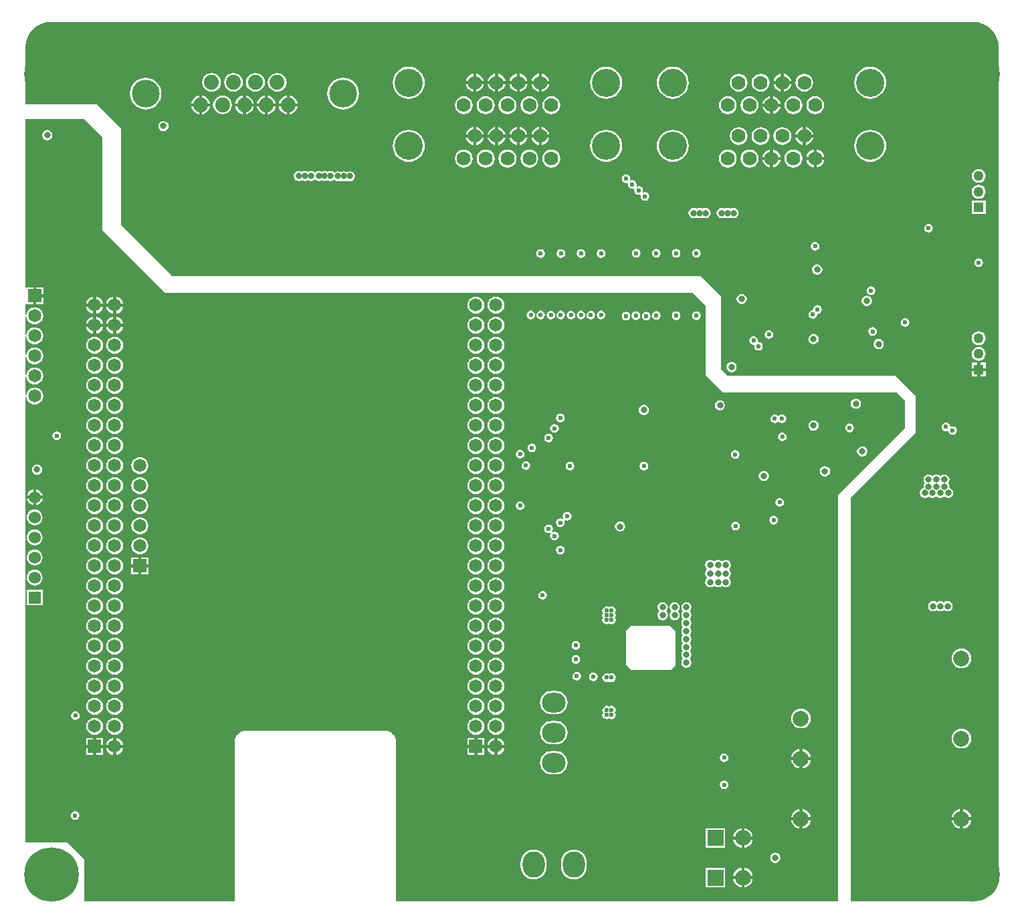
<source format=gbr>
%FSTAX23Y23*%
%MOIN*%
%SFA1B1*%

%IPPOS*%
%ADD53C,0.050000*%
%ADD54R,0.050000X0.050000*%
%ADD55C,0.140000*%
%ADD56C,0.070000*%
%ADD57C,0.078740*%
%ADD58R,0.065000X0.065000*%
%ADD59C,0.065000*%
%ADD60O,0.110236X0.129921*%
%ADD61O,0.118110X0.098425*%
%ADD62C,0.060000*%
%ADD63R,0.060000X0.060000*%
%ADD64R,0.078740X0.078740*%
%ADD65C,0.074409*%
%ADD66C,0.137795*%
%ADD67C,0.271654*%
%ADD68C,0.031496*%
%ADD69C,0.023622*%
%ADD70C,0.024000*%
%LNhardwarecontrollerpcb_copper_signal_1-1*%
%LPD*%
G36*
X04742Y04393D02*
X04759Y04391D01*
X04775Y04386*
X0479Y0438*
X04805Y04372*
X04818Y04361*
X0483Y0435*
X0484Y04336*
X04848Y04322*
X04855Y04306*
X04859Y0429*
X04861Y04274*
X04861Y04266*
Y04266*
X04861Y00137*
Y00129*
X04859Y00112*
X04855Y00096*
X04848Y00081*
X0484Y00066*
X0483Y00053*
X04818Y00041*
X04805Y00031*
X0479Y00023*
X04775Y00016*
X04759Y00012*
X04742Y0001*
X04734*
X04125*
Y02021*
X04448Y02344*
X04448Y02527*
X04346Y02629*
X03507*
X03476Y02661*
Y03025*
X03374Y03127*
X0074*
X00486Y03381*
Y03861*
X00365Y03982*
X0001*
Y04265*
Y04274*
X00012Y0429*
X00016Y04306*
X00023Y04322*
X00031Y04336*
X00041Y0435*
X00053Y04361*
X00066Y04372*
X00081Y0438*
X00096Y04386*
X00112Y04391*
X00129Y04393*
X00137*
X04734*
X04742*
G37*
G36*
X00395Y03818D02*
Y03356D01*
X00708Y03043*
X03336*
X03399Y0298*
Y02631*
X03486Y02545*
X04352*
X04393Y02503*
Y02368*
X04061Y02035*
X04061Y0001*
X01858*
Y00803*
X01858Y00803*
X01858Y00803*
X01858Y00808*
X01858Y00809*
Y00809*
X01856Y00818*
X01856Y00819*
X01855Y0082*
X01852Y00829*
X01851Y0083*
X01851Y00831*
X01846Y00838*
X01845Y00839*
X01844Y0084*
X01838Y00846*
X01837Y00847*
X01836Y00848*
X01829Y00853*
X01828Y00853*
X01827Y00854*
X01818Y00857*
X01817Y00857*
X01816Y00858*
X01807Y0086*
X01807*
X01806Y0086*
X01801Y0086*
X01801Y0086*
X01801Y0086*
X0111*
X01109Y0086*
X01109Y0086*
X01105Y0086*
X01104Y0086*
X01103*
X01094Y00858*
X01093Y00857*
X01092Y00857*
X01084Y00854*
X01083Y00853*
X01082Y00853*
X01074Y00848*
X01073Y00847*
X01073Y00846*
X01066Y0084*
X01065Y00839*
X01065Y00838*
X0106Y00831*
X01059Y0083*
X01059Y00829*
X01055Y0082*
X01055Y00819*
X01055Y00818*
X01053Y00809*
Y00809*
X01053Y00808*
X01052Y00803*
X01052Y00803*
X01052Y00803*
Y0001*
X00305*
Y00216*
X0022Y00301*
X0001*
Y02524*
X00015Y02525*
X00016Y02517*
X0002Y02507*
X00027Y02498*
X00035Y02491*
X00046Y02487*
X00057Y02486*
X00068Y02487*
X00078Y02491*
X00087Y02498*
X00093Y02507*
X00097Y02517*
X00099Y02528*
X00097Y02539*
X00093Y02549*
X00087Y02558*
X00078Y02564*
X00068Y02569*
X00057Y0257*
X00046Y02569*
X00035Y02564*
X00027Y02558*
X0002Y02549*
X00016Y02539*
X00015Y02531*
X0001Y02531*
Y02624*
X00015Y02625*
X00016Y02617*
X0002Y02607*
X00027Y02598*
X00035Y02591*
X00046Y02587*
X00057Y02586*
X00068Y02587*
X00078Y02591*
X00087Y02598*
X00093Y02607*
X00097Y02617*
X00099Y02628*
X00097Y02639*
X00093Y02649*
X00087Y02658*
X00078Y02664*
X00068Y02669*
X00057Y0267*
X00046Y02669*
X00035Y02664*
X00027Y02658*
X0002Y02649*
X00016Y02639*
X00015Y02631*
X0001Y02631*
Y02724*
X00015Y02725*
X00016Y02717*
X0002Y02707*
X00027Y02698*
X00035Y02691*
X00046Y02687*
X00057Y02686*
X00068Y02687*
X00078Y02691*
X00087Y02698*
X00093Y02707*
X00097Y02717*
X00099Y02728*
X00097Y02739*
X00093Y02749*
X00087Y02758*
X00078Y02764*
X00068Y02769*
X00057Y0277*
X00046Y02769*
X00035Y02764*
X00027Y02758*
X0002Y02749*
X00016Y02739*
X00015Y02731*
X0001Y02731*
Y02824*
X00015Y02825*
X00016Y02817*
X0002Y02807*
X00027Y02798*
X00035Y02791*
X00046Y02787*
X00057Y02786*
X00068Y02787*
X00078Y02791*
X00087Y02798*
X00093Y02807*
X00097Y02817*
X00099Y02828*
X00097Y02839*
X00093Y02849*
X00087Y02858*
X00078Y02864*
X00068Y02869*
X00057Y0287*
X00046Y02869*
X00035Y02864*
X00027Y02858*
X0002Y02849*
X00016Y02839*
X00015Y02831*
X0001Y02831*
Y02924*
X00015Y02925*
X00016Y02917*
X0002Y02907*
X00027Y02898*
X00035Y02891*
X00046Y02887*
X00057Y02886*
X00068Y02887*
X00078Y02891*
X00087Y02898*
X00093Y02907*
X00097Y02917*
X00099Y02928*
X00097Y02939*
X00093Y02949*
X00087Y02958*
X00078Y02964*
X00068Y02969*
X00057Y0297*
X00046Y02969*
X00035Y02964*
X00027Y02958*
X0002Y02949*
X00016Y02939*
X00015Y02931*
X0001Y02931*
Y02984*
X00014Y02985*
X00015*
X00049*
Y03028*
Y0307*
X00015*
X00014*
X0001Y03072*
Y03909*
X00305*
X00395Y03818*
G37*
%LNhardwarecontrollerpcb_copper_signal_1-2*%
%LPC*%
G36*
X03791Y04134D02*
Y04098D01*
X03827*
X03827Y04102*
X03822Y04113*
X03815Y04122*
X03806Y04129*
X03795Y04134*
X03791Y04134*
G37*
G36*
X03775D02*
X03771Y04134D01*
X0376Y04129*
X03751Y04122*
X03744Y04113*
X03739Y04102*
X03739Y04098*
X03775*
Y04134*
G37*
G36*
X02257Y04134D02*
Y04098D01*
X02294*
X02293Y04102*
X02289Y04113*
X02281Y04122*
X02272Y04129*
X02261Y04134*
X02257Y04134*
G37*
G36*
X02584D02*
Y04098D01*
X02621*
X0262Y04102*
X02616Y04113*
X02608Y04122*
X02599Y04129*
X02588Y04134*
X02584Y04134*
G37*
G36*
X02475D02*
Y04098D01*
X02512*
X02511Y04102*
X02507Y04113*
X02499Y04122*
X0249Y04129*
X02479Y04134*
X02475Y04134*
G37*
G36*
X02366D02*
Y04098D01*
X02403*
X02402Y04102*
X02398Y04113*
X0239Y04122*
X02381Y04129*
X0237Y04134*
X02366Y04134*
G37*
G36*
X02351D02*
X02347Y04134D01*
X02336Y04129*
X02326Y04122*
X02319Y04113*
X02315Y04102*
X02314Y04098*
X02351*
Y04134*
G37*
G36*
X02242D02*
X02238Y04134D01*
X02227Y04129*
X02217Y04122*
X0221Y04113*
X02206Y04102*
X02205Y04098*
X02242*
Y04134*
G37*
G36*
X02569D02*
X02565Y04134D01*
X02554Y04129*
X02544Y04122*
X02537Y04113*
X02533Y04102*
X02532Y04098*
X02569*
Y04134*
G37*
G36*
X0246D02*
X02456Y04134D01*
X02445Y04129*
X02435Y04122*
X02428Y04113*
X02424Y04102*
X02423Y04098*
X0246*
Y04134*
G37*
G36*
X03827Y04082D02*
X03791D01*
Y04046*
X03795Y04046*
X03806Y04051*
X03815Y04058*
X03822Y04067*
X03827Y04078*
X03827Y04082*
G37*
G36*
X03775D02*
X03739D01*
X03739Y04078*
X03744Y04067*
X03751Y04058*
X0376Y04051*
X03771Y04046*
X03775Y04046*
Y04082*
G37*
G36*
X02621Y04082D02*
X02584D01*
Y04045*
X02588Y04046*
X02599Y04051*
X02608Y04058*
X02616Y04067*
X0262Y04078*
X02621Y04082*
G37*
G36*
X02512D02*
X02475D01*
Y04045*
X02479Y04046*
X0249Y04051*
X02499Y04058*
X02507Y04067*
X02511Y04078*
X02512Y04082*
G37*
G36*
X02403D02*
X02366D01*
Y04045*
X0237Y04046*
X02381Y04051*
X0239Y04058*
X02398Y04067*
X02402Y04078*
X02403Y04082*
G37*
G36*
X02294D02*
X02257D01*
Y04045*
X02261Y04046*
X02272Y04051*
X02281Y04058*
X02289Y04067*
X02293Y04078*
X02294Y04082*
G37*
G36*
X02569D02*
X02532D01*
X02533Y04078*
X02537Y04067*
X02544Y04058*
X02554Y04051*
X02565Y04046*
X02569Y04045*
Y04082*
G37*
G36*
X0246D02*
X02423D01*
X02424Y04078*
X02428Y04067*
X02435Y04058*
X02445Y04051*
X02456Y04046*
X0246Y04045*
Y04082*
G37*
G36*
X02351D02*
X02314D01*
X02315Y04078*
X02319Y04067*
X02326Y04058*
X02336Y04051*
X02347Y04046*
X02351Y04045*
Y04082*
G37*
G36*
X02242D02*
X02205D01*
X02206Y04078*
X0221Y04067*
X02217Y04058*
X02227Y04051*
X02238Y04046*
X02242Y04045*
Y04082*
G37*
G36*
X03892Y04135D02*
X0388Y04133D01*
X0387Y04129*
X0386Y04122*
X03853Y04112*
X03849Y04102*
X03847Y0409*
X03849Y04078*
X03853Y04068*
X0386Y04058*
X0387Y04051*
X0388Y04047*
X03892Y04045*
X03904Y04047*
X03914Y04051*
X03924Y04058*
X03931Y04068*
X03935Y04078*
X03937Y0409*
X03935Y04102*
X03931Y04112*
X03924Y04122*
X03914Y04129*
X03904Y04133*
X03892Y04135*
G37*
G36*
X03674D02*
X03662Y04133D01*
X03652Y04129*
X03642Y04122*
X03635Y04112*
X03631Y04102*
X03629Y0409*
X03631Y04078*
X03635Y04068*
X03642Y04058*
X03652Y04051*
X03662Y04047*
X03674Y04045*
X03686Y04047*
X03696Y04051*
X03706Y04058*
X03713Y04068*
X03717Y04078*
X03719Y0409*
X03717Y04102*
X03713Y04112*
X03706Y04122*
X03696Y04129*
X03686Y04133*
X03674Y04135*
G37*
G36*
X03565D02*
X03553Y04133D01*
X03543Y04129*
X03533Y04122*
X03526Y04112*
X03522Y04102*
X0352Y0409*
X03522Y04078*
X03526Y04068*
X03533Y04058*
X03543Y04051*
X03553Y04047*
X03565Y04045*
X03577Y04047*
X03587Y04051*
X03597Y04058*
X03604Y04068*
X03608Y04078*
X0361Y0409*
X03608Y04102*
X03604Y04112*
X03597Y04122*
X03587Y04129*
X03577Y04133*
X03565Y04135*
G37*
G36*
X01265Y04138D02*
X01253Y04137D01*
X01242Y04132*
X01232Y04125*
X01224Y04115*
X0122Y04103*
X01218Y04091*
X0122Y04079*
X01224Y04068*
X01232Y04058*
X01242Y04051*
X01253Y04046*
X01265Y04044*
X01277Y04046*
X01289Y04051*
X01298Y04058*
X01306Y04068*
X01311Y04079*
X01312Y04091*
X01311Y04103*
X01306Y04115*
X01298Y04125*
X01289Y04132*
X01277Y04137*
X01265Y04138*
G37*
G36*
X01156D02*
X01144Y04137D01*
X01133Y04132*
X01123Y04125*
X01115Y04115*
X01111Y04103*
X01109Y04091*
X01111Y04079*
X01115Y04068*
X01123Y04058*
X01133Y04051*
X01144Y04046*
X01156Y04044*
X01168Y04046*
X0118Y04051*
X01189Y04058*
X01197Y04068*
X01202Y04079*
X01203Y04091*
X01202Y04103*
X01197Y04115*
X01189Y04125*
X0118Y04132*
X01168Y04137*
X01156Y04138*
G37*
G36*
X01047D02*
X01035Y04137D01*
X01024Y04132*
X01014Y04125*
X01006Y04115*
X01002Y04103*
X01Y04091*
X01002Y04079*
X01006Y04068*
X01014Y04058*
X01024Y04051*
X01035Y04046*
X01047Y04044*
X01059Y04046*
X01071Y04051*
X0108Y04058*
X01088Y04068*
X01092Y04079*
X01094Y04091*
X01092Y04103*
X01088Y04115*
X0108Y04125*
X01071Y04132*
X01059Y04137*
X01047Y04138*
G37*
G36*
X00938D02*
X00926Y04137D01*
X00914Y04132*
X00905Y04125*
X00897Y04115*
X00893Y04103*
X00891Y04091*
X00893Y04079*
X00897Y04068*
X00905Y04058*
X00914Y04051*
X00926Y04046*
X00938Y04044*
X0095Y04046*
X00962Y04051*
X00971Y04058*
X00979Y04068*
X00983Y04079*
X00985Y04091*
X00983Y04103*
X00979Y04115*
X00971Y04125*
X00962Y04132*
X0095Y04137*
X00938Y04138*
G37*
G36*
X0422Y0417D02*
X04205Y04168D01*
X0419Y04164*
X04176Y04156*
X04164Y04147*
X04154Y04134*
X04147Y04121*
X04142Y04106*
X04141Y0409*
X04142Y04074*
X04147Y0406*
X04154Y04046*
X04164Y04034*
X04176Y04024*
X0419Y04016*
X04205Y04012*
X0422Y0401*
X04236Y04012*
X04251Y04016*
X04265Y04024*
X04277Y04034*
X04287Y04046*
X04294Y0406*
X04299Y04074*
X043Y0409*
X04299Y04106*
X04294Y04121*
X04287Y04134*
X04277Y04147*
X04265Y04156*
X04251Y04164*
X04236Y04168*
X0422Y0417*
G37*
G36*
X03236D02*
X03221Y04168D01*
X03206Y04164*
X03192Y04156*
X0318Y04147*
X0317Y04134*
X03163Y04121*
X03158Y04106*
X03157Y0409*
X03158Y04074*
X03163Y0406*
X0317Y04046*
X0318Y04034*
X03192Y04024*
X03206Y04016*
X03221Y04012*
X03236Y0401*
X03252Y04012*
X03267Y04016*
X03281Y04024*
X03293Y04034*
X03303Y04046*
X0331Y0406*
X03315Y04074*
X03316Y0409*
X03315Y04106*
X0331Y04121*
X03303Y04134*
X03293Y04147*
X03281Y04156*
X03267Y04164*
X03252Y04168*
X03236Y0417*
G37*
G36*
X02905Y0417D02*
X02889Y04168D01*
X02874Y04164*
X02861Y04156*
X02848Y04146*
X02839Y04134*
X02831Y0412*
X02827Y04105*
X02825Y0409*
X02827Y04074*
X02831Y04059*
X02839Y04045*
X02848Y04033*
X02861Y04023*
X02874Y04016*
X02889Y04012*
X02905Y0401*
X0292Y04012*
X02935Y04016*
X02949Y04023*
X02961Y04033*
X02971Y04045*
X02979Y04059*
X02983Y04074*
X02985Y0409*
X02983Y04105*
X02979Y0412*
X02971Y04134*
X02961Y04146*
X02949Y04156*
X02935Y04164*
X0292Y04168*
X02905Y0417*
G37*
G36*
X01921D02*
X01905Y04168D01*
X0189Y04164*
X01877Y04156*
X01864Y04146*
X01855Y04134*
X01847Y0412*
X01843Y04105*
X01841Y0409*
X01843Y04074*
X01847Y04059*
X01855Y04045*
X01864Y04033*
X01877Y04023*
X0189Y04016*
X01905Y04012*
X01921Y0401*
X01936Y04012*
X01951Y04016*
X01965Y04023*
X01977Y04033*
X01987Y04045*
X01995Y04059*
X01999Y04074*
X02001Y0409*
X01999Y04105*
X01995Y0412*
X01987Y04134*
X01977Y04146*
X01965Y04156*
X01951Y04164*
X01936Y04168*
X01921Y0417*
G37*
G36*
X01109Y04026D02*
Y03987D01*
X01148*
X01148Y03992*
X01143Y04003*
X01135Y04013*
X01125Y04021*
X01114Y04025*
X01109Y04026*
G37*
G36*
X01218D02*
Y03987D01*
X01257*
X01257Y03992*
X01252Y04003*
X01244Y04013*
X01234Y04021*
X01223Y04025*
X01218Y04026*
G37*
G36*
X01328D02*
Y03987D01*
X01366*
X01366Y03992*
X01361Y04003*
X01353Y04013*
X01343Y04021*
X01332Y04025*
X01328Y04026*
G37*
G36*
X00891D02*
Y03987D01*
X0093*
X00929Y03992*
X00925Y04003*
X00917Y04013*
X00907Y04021*
X00896Y04025*
X00891Y04026*
G37*
G36*
X01312D02*
X01307Y04025D01*
X01296Y04021*
X01286Y04013*
X01278Y04003*
X01274Y03992*
X01273Y03987*
X01312*
Y04026*
G37*
G36*
X00876D02*
X00871Y04025D01*
X0086Y04021*
X0085Y04013*
X00842Y04003*
X00837Y03992*
X00837Y03987*
X00876*
Y04026*
G37*
G36*
X01203D02*
X01198Y04025D01*
X01187Y04021*
X01177Y04013*
X01169Y04003*
X01165Y03992*
X01164Y03987*
X01203*
Y04026*
G37*
G36*
X01094D02*
X01089Y04025D01*
X01078Y04021*
X01068Y04013*
X0106Y04003*
X01056Y03992*
X01055Y03987*
X01094*
Y04026*
G37*
G36*
X03736Y04022D02*
Y03986D01*
X03773*
X03772Y0399*
X03768Y04001*
X03761Y0401*
X03751Y04017*
X0374Y04022*
X03736Y04022*
G37*
G36*
X03721D02*
X03717Y04022D01*
X03706Y04017*
X03696Y0401*
X03689Y04001*
X03685Y0399*
X03684Y03986*
X03721*
Y04022*
G37*
G36*
X01594Y04114D02*
X01578Y04113D01*
X01564Y04108*
X0155Y04101*
X01538Y04091*
X01528Y04079*
X01521Y04066*
X01516Y04051*
X01515Y04035*
X01516Y0402*
X01521Y04005*
X01528Y03992*
X01538Y0398*
X0155Y0397*
X01564Y03963*
X01578Y03958*
X01594Y03957*
X01609Y03958*
X01624Y03963*
X01637Y0397*
X01649Y0398*
X01659Y03992*
X01666Y04005*
X01671Y0402*
X01672Y04035*
X01671Y04051*
X01666Y04066*
X01659Y04079*
X01649Y04091*
X01637Y04101*
X01624Y04108*
X01609Y04113*
X01594Y04114*
G37*
G36*
X00609D02*
X00594Y04113D01*
X00579Y04108*
X00566Y04101*
X00554Y04091*
X00544Y04079*
X00537Y04066*
X00532Y04051*
X00531Y04035*
X00532Y0402*
X00537Y04005*
X00544Y03992*
X00554Y0398*
X00566Y0397*
X00579Y03963*
X00594Y03958*
X00609Y03957*
X00625Y03958*
X0064Y03963*
X00653Y0397*
X00665Y0398*
X00675Y03992*
X00682Y04005*
X00687Y0402*
X00688Y04035*
X00687Y04051*
X00682Y04066*
X00675Y04079*
X00665Y04091*
X00653Y04101*
X0064Y04108*
X00625Y04113*
X00609Y04114*
G37*
G36*
X03773Y0397D02*
X03736D01*
Y03934*
X0374Y03934*
X03751Y03939*
X03761Y03946*
X03768Y03955*
X03772Y03966*
X03773Y0397*
G37*
G36*
X03721D02*
X03684D01*
X03685Y03966*
X03689Y03955*
X03696Y03946*
X03706Y03939*
X03717Y03934*
X03721Y03934*
Y0397*
G37*
G36*
X03946Y04023D02*
X03935Y04021D01*
X03924Y04017*
X03915Y0401*
X03908Y04*
X03903Y0399*
X03902Y03978*
X03903Y03966*
X03908Y03956*
X03915Y03946*
X03924Y03939*
X03935Y03935*
X03946Y03933*
X03958Y03935*
X03969Y03939*
X03978Y03946*
X03985Y03956*
X0399Y03966*
X03991Y03978*
X0399Y0399*
X03985Y04*
X03978Y0401*
X03969Y04017*
X03958Y04021*
X03946Y04023*
G37*
G36*
X03837D02*
X03826Y04021D01*
X03815Y04017*
X03806Y0401*
X03799Y04*
X03794Y0399*
X03793Y03978*
X03794Y03966*
X03799Y03956*
X03806Y03946*
X03815Y03939*
X03826Y03935*
X03837Y03933*
X03849Y03935*
X0386Y03939*
X03869Y03946*
X03876Y03956*
X03881Y03966*
X03882Y03978*
X03881Y0399*
X03876Y04*
X03869Y0401*
X0386Y04017*
X03849Y04021*
X03837Y04023*
G37*
G36*
X03619D02*
X03608Y04021D01*
X03597Y04017*
X03588Y0401*
X03581Y04*
X03576Y0399*
X03575Y03978*
X03576Y03966*
X03581Y03956*
X03588Y03946*
X03597Y03939*
X03608Y03935*
X03619Y03933*
X03631Y03935*
X03642Y03939*
X03651Y03946*
X03658Y03956*
X03663Y03966*
X03664Y03978*
X03663Y0399*
X03658Y04*
X03651Y0401*
X03642Y04017*
X03631Y04021*
X03619Y04023*
G37*
G36*
X0351D02*
X03499Y04021D01*
X03488Y04017*
X03479Y0401*
X03472Y04*
X03467Y0399*
X03466Y03978*
X03467Y03966*
X03472Y03956*
X03479Y03946*
X03488Y03939*
X03499Y03935*
X0351Y03933*
X03522Y03935*
X03533Y03939*
X03542Y03946*
X03549Y03956*
X03554Y03966*
X03555Y03978*
X03554Y0399*
X03549Y04*
X03542Y0401*
X03533Y04017*
X03522Y04021*
X0351Y04023*
G37*
G36*
X02631Y04023D02*
X02619Y04021D01*
X02608Y04017*
X02599Y0401*
X02592Y04*
X02588Y03989*
X02586Y03978*
X02588Y03966*
X02592Y03955*
X02599Y03946*
X02608Y03939*
X02619Y03935*
X02631Y03933*
X02642Y03935*
X02653Y03939*
X02663Y03946*
X0267Y03955*
X02674Y03966*
X02676Y03978*
X02674Y03989*
X0267Y04*
X02663Y0401*
X02653Y04017*
X02642Y04021*
X02631Y04023*
G37*
G36*
X02522D02*
X0251Y04021D01*
X02499Y04017*
X0249Y0401*
X02483Y04*
X02479Y03989*
X02477Y03978*
X02479Y03966*
X02483Y03955*
X0249Y03946*
X02499Y03939*
X0251Y03935*
X02522Y03933*
X02533Y03935*
X02544Y03939*
X02554Y03946*
X02561Y03955*
X02565Y03966*
X02567Y03978*
X02565Y03989*
X02561Y04*
X02554Y0401*
X02544Y04017*
X02533Y04021*
X02522Y04023*
G37*
G36*
X02413D02*
X02401Y04021D01*
X0239Y04017*
X02381Y0401*
X02374Y04*
X0237Y03989*
X02368Y03978*
X0237Y03966*
X02374Y03955*
X02381Y03946*
X0239Y03939*
X02401Y03935*
X02413Y03933*
X02424Y03935*
X02435Y03939*
X02445Y03946*
X02452Y03955*
X02456Y03966*
X02458Y03978*
X02456Y03989*
X02452Y04*
X02445Y0401*
X02435Y04017*
X02424Y04021*
X02413Y04023*
G37*
G36*
X02304D02*
X02292Y04021D01*
X02281Y04017*
X02272Y0401*
X02265Y04*
X02261Y03989*
X02259Y03978*
X02261Y03966*
X02265Y03955*
X02272Y03946*
X02281Y03939*
X02292Y03935*
X02304Y03933*
X02315Y03935*
X02326Y03939*
X02336Y03946*
X02343Y03955*
X02347Y03966*
X02349Y03978*
X02347Y03989*
X02343Y04*
X02336Y0401*
X02326Y04017*
X02315Y04021*
X02304Y04023*
G37*
G36*
X02195D02*
X02183Y04021D01*
X02172Y04017*
X02163Y0401*
X02156Y04*
X02152Y03989*
X0215Y03978*
X02152Y03966*
X02156Y03955*
X02163Y03946*
X02172Y03939*
X02183Y03935*
X02195Y03933*
X02206Y03935*
X02217Y03939*
X02227Y03946*
X02234Y03955*
X02238Y03966*
X0224Y03978*
X02238Y03989*
X02234Y04*
X02227Y0401*
X02217Y04017*
X02206Y04021*
X02195Y04023*
G37*
G36*
X01148Y03972D02*
X01109D01*
Y03933*
X01114Y03933*
X01125Y03938*
X01135Y03946*
X01143Y03956*
X01148Y03967*
X01148Y03972*
G37*
G36*
X01312D02*
X01273D01*
X01274Y03967*
X01278Y03956*
X01286Y03946*
X01296Y03938*
X01307Y03933*
X01312Y03933*
Y03972*
G37*
G36*
X00876D02*
X00837D01*
X00837Y03967*
X00842Y03956*
X0085Y03946*
X0086Y03938*
X00871Y03933*
X00876Y03933*
Y03972*
G37*
G36*
X01257D02*
X01218D01*
Y03933*
X01223Y03933*
X01234Y03938*
X01244Y03946*
X01252Y03956*
X01257Y03967*
X01257Y03972*
G37*
G36*
X01203D02*
X01164D01*
X01165Y03967*
X01169Y03956*
X01177Y03946*
X01187Y03938*
X01198Y03933*
X01203Y03933*
Y03972*
G37*
G36*
X01366D02*
X01328D01*
Y03933*
X01332Y03933*
X01343Y03938*
X01353Y03946*
X01361Y03956*
X01366Y03967*
X01366Y03972*
G37*
G36*
X0093D02*
X00891D01*
Y03933*
X00896Y03933*
X00907Y03938*
X00917Y03946*
X00925Y03956*
X00929Y03967*
X0093Y03972*
G37*
G36*
X01094D02*
X01055D01*
X01056Y03967*
X0106Y03956*
X01068Y03946*
X01078Y03938*
X01089Y03933*
X01094Y03933*
Y03972*
G37*
G36*
X00993Y04027D02*
X0098Y04025D01*
X00969Y0402*
X00959Y04013*
X00952Y04003*
X00947Y03992*
X00945Y03979*
X00947Y03967*
X00952Y03956*
X00959Y03946*
X00969Y03939*
X0098Y03934*
X00993Y03932*
X01005Y03934*
X01016Y03939*
X01026Y03946*
X01033Y03956*
X01038Y03967*
X0104Y03979*
X01038Y03992*
X01033Y04003*
X01026Y04013*
X01016Y0402*
X01005Y04025*
X00993Y04027*
G37*
G36*
X00698Y03899D02*
X00688Y03897D01*
X0068Y03892*
X00675Y03883*
X00673Y03874*
X00675Y03864*
X0068Y03855*
X00688Y0385*
X00698Y03848*
X00708Y0385*
X00716Y03855*
X00722Y03864*
X00724Y03874*
X00722Y03883*
X00716Y03892*
X00708Y03897*
X00698Y03899*
G37*
G36*
X039Y03868D02*
Y03832D01*
X03936*
X03936Y03836*
X03931Y03847*
X03924Y03856*
X03915Y03863*
X03904Y03868*
X039Y03868*
G37*
G36*
X03884D02*
X0388Y03868D01*
X03869Y03863*
X0386Y03856*
X03853Y03847*
X03848Y03836*
X03848Y03832*
X03884*
Y03868*
G37*
G36*
X02257Y03868D02*
Y03832D01*
X02294*
X02293Y03836*
X02289Y03847*
X02281Y03856*
X02272Y03863*
X02261Y03868*
X02257Y03868*
G37*
G36*
X02584D02*
Y03832D01*
X02621*
X0262Y03836*
X02616Y03847*
X02608Y03856*
X02599Y03863*
X02588Y03868*
X02584Y03868*
G37*
G36*
X02475D02*
Y03832D01*
X02512*
X02511Y03836*
X02507Y03847*
X02499Y03856*
X0249Y03863*
X02479Y03868*
X02475Y03868*
G37*
G36*
X02366D02*
Y03832D01*
X02403*
X02402Y03836*
X02398Y03847*
X0239Y03856*
X02381Y03863*
X0237Y03868*
X02366Y03868*
G37*
G36*
X02351D02*
X02347Y03868D01*
X02336Y03863*
X02326Y03856*
X02319Y03847*
X02315Y03836*
X02314Y03832*
X02351*
Y03868*
G37*
G36*
X02242D02*
X02238Y03868D01*
X02227Y03863*
X02217Y03856*
X0221Y03847*
X02206Y03836*
X02205Y03832*
X02242*
Y03868*
G37*
G36*
X02569D02*
X02565Y03868D01*
X02554Y03863*
X02544Y03856*
X02537Y03847*
X02533Y03836*
X02532Y03832*
X02569*
Y03868*
G37*
G36*
X0246D02*
X02456Y03868D01*
X02445Y03863*
X02435Y03856*
X02428Y03847*
X02424Y03836*
X02423Y03832*
X0246*
Y03868*
G37*
G36*
X03936Y03816D02*
X039D01*
Y0378*
X03904Y0378*
X03915Y03785*
X03924Y03792*
X03931Y03801*
X03936Y03812*
X03936Y03816*
G37*
G36*
X03884D02*
X03848D01*
X03848Y03812*
X03853Y03801*
X0386Y03792*
X03869Y03785*
X0388Y0378*
X03884Y0378*
Y03816*
G37*
G36*
X02621Y03816D02*
X02584D01*
Y03779*
X02588Y0378*
X02599Y03785*
X02608Y03792*
X02616Y03801*
X0262Y03812*
X02621Y03816*
G37*
G36*
X02512D02*
X02475D01*
Y03779*
X02479Y0378*
X0249Y03785*
X02499Y03792*
X02507Y03801*
X02511Y03812*
X02512Y03816*
G37*
G36*
X02403D02*
X02366D01*
Y03779*
X0237Y0378*
X02381Y03785*
X0239Y03792*
X02398Y03801*
X02402Y03812*
X02403Y03816*
G37*
G36*
X02294D02*
X02257D01*
Y03779*
X02261Y0378*
X02272Y03785*
X02281Y03792*
X02289Y03801*
X02293Y03812*
X02294Y03816*
G37*
G36*
X02569D02*
X02532D01*
X02533Y03812*
X02537Y03801*
X02544Y03792*
X02554Y03785*
X02565Y0378*
X02569Y03779*
Y03816*
G37*
G36*
X0246D02*
X02423D01*
X02424Y03812*
X02428Y03801*
X02435Y03792*
X02445Y03785*
X02456Y0378*
X0246Y03779*
Y03816*
G37*
G36*
X02351D02*
X02314D01*
X02315Y03812*
X02319Y03801*
X02326Y03792*
X02336Y03785*
X02347Y0378*
X02351Y03779*
Y03816*
G37*
G36*
X02242D02*
X02205D01*
X02206Y03812*
X0221Y03801*
X02217Y03792*
X02227Y03785*
X02238Y0378*
X02242Y03779*
Y03816*
G37*
G36*
X03783Y03869D02*
X03771Y03867D01*
X03761Y03863*
X03751Y03856*
X03744Y03846*
X0374Y03836*
X03738Y03824*
X0374Y03812*
X03744Y03802*
X03751Y03792*
X03761Y03785*
X03771Y03781*
X03783Y03779*
X03795Y03781*
X03805Y03785*
X03815Y03792*
X03822Y03802*
X03826Y03812*
X03828Y03824*
X03826Y03836*
X03822Y03846*
X03815Y03856*
X03805Y03863*
X03795Y03867*
X03783Y03869*
G37*
G36*
X03674D02*
X03662Y03867D01*
X03652Y03863*
X03642Y03856*
X03635Y03846*
X03631Y03836*
X03629Y03824*
X03631Y03812*
X03635Y03802*
X03642Y03792*
X03652Y03785*
X03662Y03781*
X03674Y03779*
X03686Y03781*
X03696Y03785*
X03706Y03792*
X03713Y03802*
X03717Y03812*
X03719Y03824*
X03717Y03836*
X03713Y03846*
X03706Y03856*
X03696Y03863*
X03686Y03867*
X03674Y03869*
G37*
G36*
X03565D02*
X03553Y03867D01*
X03543Y03863*
X03533Y03856*
X03526Y03846*
X03522Y03836*
X0352Y03824*
X03522Y03812*
X03526Y03802*
X03533Y03792*
X03543Y03785*
X03553Y03781*
X03565Y03779*
X03577Y03781*
X03587Y03785*
X03597Y03792*
X03604Y03802*
X03608Y03812*
X0361Y03824*
X03608Y03836*
X03604Y03846*
X03597Y03856*
X03587Y03863*
X03577Y03867*
X03565Y03869*
G37*
G36*
X03736Y03756D02*
Y0372D01*
X03773*
X03772Y03724*
X03768Y03735*
X03761Y03744*
X03751Y03751*
X0374Y03756*
X03736Y03756*
G37*
G36*
X03954D02*
Y0372D01*
X03991*
X0399Y03724*
X03986Y03735*
X03979Y03744*
X03969Y03751*
X03958Y03756*
X03954Y03756*
G37*
G36*
X03939D02*
X03935Y03756D01*
X03924Y03751*
X03914Y03744*
X03907Y03735*
X03903Y03724*
X03902Y0372*
X03939*
Y03756*
G37*
G36*
X03721D02*
X03717Y03756D01*
X03706Y03751*
X03696Y03744*
X03689Y03735*
X03685Y03724*
X03684Y0372*
X03721*
Y03756*
G37*
G36*
X0422Y03855D02*
X04205Y03853D01*
X0419Y03849*
X04176Y03841*
X04164Y03832*
X04154Y03819*
X04147Y03806*
X04142Y03791*
X04141Y03775*
X04142Y03759*
X04147Y03745*
X04154Y03731*
X04164Y03719*
X04176Y03709*
X0419Y03701*
X04205Y03697*
X0422Y03695*
X04236Y03697*
X04251Y03701*
X04265Y03709*
X04277Y03719*
X04287Y03731*
X04294Y03745*
X04299Y03759*
X043Y03775*
X04299Y03791*
X04294Y03806*
X04287Y03819*
X04277Y03832*
X04265Y03841*
X04251Y03849*
X04236Y03853*
X0422Y03855*
G37*
G36*
X03236D02*
X03221Y03853D01*
X03206Y03849*
X03192Y03841*
X0318Y03832*
X0317Y03819*
X03163Y03806*
X03158Y03791*
X03157Y03775*
X03158Y03759*
X03163Y03745*
X0317Y03731*
X0318Y03719*
X03192Y03709*
X03206Y03701*
X03221Y03697*
X03236Y03695*
X03252Y03697*
X03267Y03701*
X03281Y03709*
X03293Y03719*
X03303Y03731*
X0331Y03745*
X03315Y03759*
X03316Y03775*
X03315Y03791*
X0331Y03806*
X03303Y03819*
X03293Y03832*
X03281Y03841*
X03267Y03849*
X03252Y03853*
X03236Y03855*
G37*
G36*
X02905Y03855D02*
X02889Y03853D01*
X02874Y03849*
X02861Y03841*
X02848Y03831*
X02839Y03819*
X02831Y03805*
X02827Y0379*
X02825Y03775*
X02827Y03759*
X02831Y03744*
X02839Y0373*
X02848Y03718*
X02861Y03708*
X02874Y03701*
X02889Y03697*
X02905Y03695*
X0292Y03697*
X02935Y03701*
X02949Y03708*
X02961Y03718*
X02971Y0373*
X02979Y03744*
X02983Y03759*
X02985Y03775*
X02983Y0379*
X02979Y03805*
X02971Y03819*
X02961Y03831*
X02949Y03841*
X02935Y03849*
X0292Y03853*
X02905Y03855*
G37*
G36*
X01921D02*
X01905Y03853D01*
X0189Y03849*
X01877Y03841*
X01864Y03831*
X01855Y03819*
X01847Y03805*
X01843Y0379*
X01841Y03775*
X01843Y03759*
X01847Y03744*
X01855Y0373*
X01864Y03718*
X01877Y03708*
X0189Y03701*
X01905Y03697*
X01921Y03695*
X01936Y03697*
X01951Y03701*
X01965Y03708*
X01977Y03718*
X01987Y0373*
X01995Y03744*
X01999Y03759*
X02001Y03775*
X01999Y0379*
X01995Y03805*
X01987Y03819*
X01977Y03831*
X01965Y03841*
X01951Y03849*
X01936Y03853*
X01921Y03855*
G37*
G36*
X03991Y03704D02*
X03954D01*
Y03668*
X03958Y03668*
X03969Y03673*
X03979Y0368*
X03986Y03689*
X0399Y037*
X03991Y03704*
G37*
G36*
X03773D02*
X03736D01*
Y03668*
X0374Y03668*
X03751Y03673*
X03761Y0368*
X03768Y03689*
X03772Y037*
X03773Y03704*
G37*
G36*
X03939D02*
X03902D01*
X03903Y037*
X03907Y03689*
X03914Y0368*
X03924Y03673*
X03935Y03668*
X03939Y03668*
Y03704*
G37*
G36*
X03721D02*
X03684D01*
X03685Y037*
X03689Y03689*
X03696Y0368*
X03706Y03673*
X03717Y03668*
X03721Y03668*
Y03704*
G37*
G36*
X03837Y03757D02*
X03826Y03755D01*
X03815Y03751*
X03806Y03744*
X03799Y03734*
X03794Y03724*
X03793Y03712*
X03794Y037*
X03799Y0369*
X03806Y0368*
X03815Y03673*
X03826Y03669*
X03837Y03667*
X03849Y03669*
X0386Y03673*
X03869Y0368*
X03876Y0369*
X03881Y037*
X03882Y03712*
X03881Y03724*
X03876Y03734*
X03869Y03744*
X0386Y03751*
X03849Y03755*
X03837Y03757*
G37*
G36*
X03619D02*
X03608Y03755D01*
X03597Y03751*
X03588Y03744*
X03581Y03734*
X03576Y03724*
X03575Y03712*
X03576Y037*
X03581Y0369*
X03588Y0368*
X03597Y03673*
X03608Y03669*
X03619Y03667*
X03631Y03669*
X03642Y03673*
X03651Y0368*
X03658Y0369*
X03663Y037*
X03664Y03712*
X03663Y03724*
X03658Y03734*
X03651Y03744*
X03642Y03751*
X03631Y03755*
X03619Y03757*
G37*
G36*
X0351D02*
X03499Y03755D01*
X03488Y03751*
X03479Y03744*
X03472Y03734*
X03467Y03724*
X03466Y03712*
X03467Y037*
X03472Y0369*
X03479Y0368*
X03488Y03673*
X03499Y03669*
X0351Y03667*
X03522Y03669*
X03533Y03673*
X03542Y0368*
X03549Y0369*
X03554Y037*
X03555Y03712*
X03554Y03724*
X03549Y03734*
X03542Y03744*
X03533Y03751*
X03522Y03755*
X0351Y03757*
G37*
G36*
X02631Y03757D02*
X02619Y03755D01*
X02608Y03751*
X02599Y03744*
X02592Y03734*
X02588Y03723*
X02586Y03712*
X02588Y037*
X02592Y03689*
X02599Y0368*
X02608Y03673*
X02619Y03669*
X02631Y03667*
X02642Y03669*
X02653Y03673*
X02663Y0368*
X0267Y03689*
X02674Y037*
X02676Y03712*
X02674Y03723*
X0267Y03734*
X02663Y03744*
X02653Y03751*
X02642Y03755*
X02631Y03757*
G37*
G36*
X02522D02*
X0251Y03755D01*
X02499Y03751*
X0249Y03744*
X02483Y03734*
X02479Y03723*
X02477Y03712*
X02479Y037*
X02483Y03689*
X0249Y0368*
X02499Y03673*
X0251Y03669*
X02522Y03667*
X02533Y03669*
X02544Y03673*
X02554Y0368*
X02561Y03689*
X02565Y037*
X02567Y03712*
X02565Y03723*
X02561Y03734*
X02554Y03744*
X02544Y03751*
X02533Y03755*
X02522Y03757*
G37*
G36*
X02413D02*
X02401Y03755D01*
X0239Y03751*
X02381Y03744*
X02374Y03734*
X0237Y03723*
X02368Y03712*
X0237Y037*
X02374Y03689*
X02381Y0368*
X0239Y03673*
X02401Y03669*
X02413Y03667*
X02424Y03669*
X02435Y03673*
X02445Y0368*
X02452Y03689*
X02456Y037*
X02458Y03712*
X02456Y03723*
X02452Y03734*
X02445Y03744*
X02435Y03751*
X02424Y03755*
X02413Y03757*
G37*
G36*
X02304D02*
X02292Y03755D01*
X02281Y03751*
X02272Y03744*
X02265Y03734*
X02261Y03723*
X02259Y03712*
X02261Y037*
X02265Y03689*
X02272Y0368*
X02281Y03673*
X02292Y03669*
X02304Y03667*
X02315Y03669*
X02326Y03673*
X02336Y0368*
X02343Y03689*
X02347Y037*
X02349Y03712*
X02347Y03723*
X02343Y03734*
X02336Y03744*
X02326Y03751*
X02315Y03755*
X02304Y03757*
G37*
G36*
X02195D02*
X02183Y03755D01*
X02172Y03751*
X02163Y03744*
X02156Y03734*
X02152Y03723*
X0215Y03712*
X02152Y037*
X02156Y03689*
X02163Y0368*
X02172Y03673*
X02183Y03669*
X02195Y03667*
X02206Y03669*
X02217Y03673*
X02227Y0368*
X02234Y03689*
X02238Y037*
X0224Y03712*
X02238Y03723*
X02234Y03734*
X02227Y03744*
X02217Y03751*
X02206Y03755*
X02195Y03757*
G37*
G36*
X01531Y0365D02*
X01521Y03648D01*
X01516Y03645*
X01511Y03648*
X01501Y0365*
X01492Y03648*
X01487Y03645*
X01482Y03648*
X01472Y0365*
X01462Y03648*
X01456Y03644*
X01452Y03643*
X01449Y03644*
X01442Y03648*
X01433Y0365*
X01423Y03648*
X01418Y03645*
X01413Y03648*
X01403Y0365*
X01393Y03648*
X01388Y03645*
X01383Y03648*
X01374Y0365*
X01364Y03648*
X01355Y03643*
X0135Y03634*
X01348Y03625*
X0135Y03615*
X01355Y03606*
X01364Y03601*
X01374Y03599*
X01383Y03601*
X01388Y03604*
X01393Y03601*
X01403Y03599*
X01413Y03601*
X01418Y03604*
X01423Y03601*
X01433Y03599*
X01442Y03601*
X01449Y03605*
X01452Y03606*
X01456Y03605*
X01462Y03601*
X01472Y03599*
X01482Y03601*
X01487Y03604*
X01492Y03601*
X01501Y03599*
X01511Y03601*
X01516Y03604*
X01521Y03601*
X01531Y03599*
X01541Y03601*
X01549Y03606*
X0155*
X0155Y03605*
X01559Y036*
X01568Y03598*
X01578Y036*
X01583Y03603*
X01588Y036*
X01598Y03598*
X01608Y036*
X01613Y03603*
X01618Y036*
X01627Y03598*
X01637Y036*
X01646Y03605*
X01651Y03614*
X01653Y03624*
X01651Y03633*
X01646Y03642*
X01637Y03647*
X01627Y03649*
X01618Y03647*
X01613Y03644*
X01608Y03647*
X01598Y03649*
X01588Y03647*
X01583Y03644*
X01578Y03647*
X01568Y03649*
X01559Y03647*
X0155Y03642*
X0155*
X01549Y03643*
X01541Y03648*
X01531Y0365*
G37*
G36*
X04761Y0366D02*
X04752Y03659D01*
X04744Y03656*
X04737Y0365*
X04731Y03643*
X04728Y03634*
X04727Y03625*
X04728Y03616*
X04731Y03608*
X04737Y03601*
X04744Y03595*
X04752Y03592*
X04761Y03591*
X0477Y03592*
X04779Y03595*
X04786Y03601*
X04791Y03608*
X04795Y03616*
X04796Y03625*
X04795Y03634*
X04791Y03643*
X04786Y0365*
X04779Y03656*
X0477Y03659*
X04761Y0366*
G37*
G36*
Y03581D02*
X04752Y0358D01*
X04744Y03577*
X04737Y03571*
X04731Y03564*
X04728Y03556*
X04727Y03547*
X04728Y03538*
X04731Y03529*
X04737Y03522*
X04744Y03517*
X04752Y03513*
X04761Y03512*
X0477Y03513*
X04779Y03517*
X04786Y03522*
X04791Y03529*
X04795Y03538*
X04796Y03547*
X04795Y03556*
X04791Y03564*
X04786Y03571*
X04779Y03577*
X0477Y0358*
X04761Y03581*
G37*
G36*
X03003Y03633D02*
X02995Y03632D01*
X02988Y03627*
X02983Y0362*
X02982Y03612*
X02983Y03603*
X02988Y03596*
X02995Y03592*
X03003Y0359*
X0301Y03591*
X03014Y03588*
X03014Y03587*
X03013Y03582*
X03015Y03574*
X0302Y03567*
X03027Y03562*
X03035Y03561*
X03041Y03562*
X03045Y03559*
X03046Y03558*
X03045Y03553*
X03046Y03544*
X03051Y03537*
X03058Y03533*
X03066Y03531*
X03073Y03532*
X03077Y03529*
X03077Y03528*
X03076Y03523*
X03078Y03515*
X03083Y03508*
X0309Y03503*
X03098Y03501*
X03106Y03503*
X03113Y03508*
X03118Y03515*
X0312Y03523*
X03118Y03531*
X03113Y03538*
X03106Y03543*
X03098Y03545*
X03091Y03543*
X03088Y03546*
X03087Y03547*
X03088Y03553*
X03086Y03561*
X03082Y03568*
X03075Y03573*
X03066Y03574*
X0306Y03573*
X03056Y03576*
X03056Y03577*
X03057Y03582*
X03055Y0359*
X0305Y03598*
X03043Y03602*
X03035Y03604*
X03028Y03603*
X03025Y03605*
X03024Y03606*
X03025Y03612*
X03023Y0362*
X03019Y03627*
X03012Y03632*
X03003Y03633*
G37*
G36*
X0354Y03466D02*
X0353Y03464D01*
X03525Y03461*
X0352Y03464*
X0351Y03466*
X035Y03464*
X03495Y03461*
X0349Y03464*
X03481Y03466*
X03471Y03464*
X03462Y03459*
X03457Y0345*
X03455Y0344*
X03457Y03431*
X03462Y03422*
X03471Y03417*
X03481Y03415*
X0349Y03417*
X03495Y0342*
X035Y03417*
X0351Y03415*
X0352Y03417*
X03525Y0342*
X0353Y03417*
X0354Y03415*
X03549Y03417*
X03558Y03422*
X03563Y03431*
X03565Y0344*
X03563Y0345*
X03558Y03459*
X03549Y03464*
X0354Y03466*
G37*
G36*
X034D02*
X0339Y03464D01*
X03385Y03461*
X0338Y03464*
X0337Y03466*
X0336Y03464*
X03356Y03461*
X03351Y03464*
X03341Y03466*
X03331Y03464*
X03323Y03459*
X03317Y0345*
X03315Y0344*
X03317Y03431*
X03323Y03422*
X03331Y03417*
X03341Y03415*
X03351Y03417*
X03356Y0342*
X0336Y03417*
X0337Y03415*
X0338Y03417*
X03385Y0342*
X0339Y03417*
X034Y03415*
X0341Y03417*
X03418Y03422*
X03424Y03431*
X03426Y0344*
X03424Y0345*
X03418Y03459*
X0341Y03464*
X034Y03466*
G37*
G36*
X04796Y03502D02*
X04727D01*
Y03434*
X04796*
Y03502*
G37*
G36*
X04511Y03387D02*
X04503Y03385D01*
X04496Y0338*
X04491Y03373*
X04489Y03365*
X04491Y03357*
X04496Y0335*
X04503Y03345*
X04511Y03343*
X04519Y03345*
X04526Y0335*
X04531Y03357*
X04533Y03365*
X04531Y03373*
X04526Y0338*
X04519Y03385*
X04511Y03387*
G37*
G36*
X03946Y03296D02*
X03938Y03295D01*
X03931Y0329*
X03926Y03283*
X03924Y03275*
X03926Y03266*
X03931Y03259*
X03938Y03255*
X03946Y03253*
X03954Y03255*
X03961Y03259*
X03966Y03266*
X03968Y03275*
X03966Y03283*
X03961Y0329*
X03954Y03295*
X03946Y03296*
G37*
G36*
X03354Y03261D02*
X03346Y0326D01*
X03339Y03255*
X03334Y03248*
X03332Y0324*
X03334Y03231*
X03339Y03224*
X03346Y0322*
X03354Y03218*
X03362Y0322*
X03369Y03224*
X03374Y03231*
X03376Y0324*
X03374Y03248*
X03369Y03255*
X03362Y0326*
X03354Y03261*
G37*
G36*
X03253D02*
X03245Y0326D01*
X03238Y03255*
X03233Y03248*
X03232Y0324*
X03233Y03231*
X03238Y03224*
X03245Y0322*
X03253Y03218*
X03262Y0322*
X03269Y03224*
X03273Y03231*
X03275Y0324*
X03273Y03248*
X03269Y03255*
X03262Y0326*
X03253Y03261*
G37*
G36*
X03154Y03261D02*
X03146Y03259D01*
X03139Y03255*
X03134Y03248*
X03132Y03239*
X03134Y03231*
X03139Y03224*
X03146Y03219*
X03154Y03218*
X03162Y03219*
X03169Y03224*
X03174Y03231*
X03176Y03239*
X03174Y03248*
X03169Y03255*
X03162Y03259*
X03154Y03261*
G37*
G36*
X03054D02*
X03046Y03259D01*
X03039Y03255*
X03034Y03248*
X03032Y03239*
X03034Y03231*
X03039Y03224*
X03046Y03219*
X03054Y03218*
X03062Y03219*
X03069Y03224*
X03074Y03231*
X03076Y03239*
X03074Y03248*
X03069Y03255*
X03062Y03259*
X03054Y03261*
G37*
G36*
X0288Y0326D02*
X02871Y03259D01*
X02864Y03254*
X0286Y03247*
X02858Y03239*
X0286Y0323*
X02864Y03223*
X02871Y03219*
X0288Y03217*
X02888Y03219*
X02895Y03223*
X029Y0323*
X02901Y03239*
X029Y03247*
X02895Y03254*
X02888Y03259*
X0288Y0326*
G37*
G36*
X02779D02*
X02771Y03259D01*
X02764Y03254*
X02759Y03247*
X02758Y03239*
X02759Y0323*
X02764Y03223*
X02771Y03219*
X02779Y03217*
X02788Y03219*
X02795Y03223*
X02799Y0323*
X02801Y03239*
X02799Y03247*
X02795Y03254*
X02788Y03259*
X02779Y0326*
G37*
G36*
X02679D02*
X02671Y03259D01*
X02664Y03254*
X02659Y03247*
X02657Y03239*
X02659Y0323*
X02664Y03223*
X02671Y03219*
X02679Y03217*
X02687Y03219*
X02694Y03223*
X02699Y0323*
X02701Y03239*
X02699Y03247*
X02694Y03254*
X02687Y03259*
X02679Y0326*
G37*
G36*
X02578D02*
X0257Y03259D01*
X02563Y03254*
X02558Y03247*
X02557Y03239*
X02558Y0323*
X02563Y03223*
X0257Y03219*
X02578Y03217*
X02587Y03219*
X02594Y03223*
X02598Y0323*
X026Y03239*
X02598Y03247*
X02594Y03254*
X02587Y03259*
X02578Y0326*
G37*
G36*
X04761Y03214D02*
X04753Y03212D01*
X04746Y03208*
X04741Y03201*
X0474Y03192*
X04741Y03184*
X04746Y03177*
X04753Y03172*
X04761Y03171*
X0477Y03172*
X04777Y03177*
X04781Y03184*
X04783Y03192*
X04781Y03201*
X04777Y03208*
X0477Y03212*
X04761Y03214*
G37*
G36*
X03956Y03184D02*
X03946Y03182D01*
X03938Y03177*
X03932Y03168*
X0393Y03158*
X03932Y03149*
X03938Y0314*
X03946Y03135*
X03956Y03133*
X03966Y03135*
X03974Y0314*
X0398Y03149*
X03982Y03158*
X0398Y03168*
X03974Y03177*
X03966Y03182*
X03956Y03184*
G37*
G36*
X04225Y03074D02*
X04217Y03072D01*
X0421Y03068*
X04205Y03061*
X04204Y03052*
X04205Y03044*
X0421Y03037*
X04217Y03032*
X04225Y03031*
X04234Y03032*
X04241Y03037*
X04245Y03044*
X04247Y03052*
X04245Y03061*
X04241Y03068*
X04234Y03072*
X04225Y03074*
G37*
G36*
X0358Y03037D02*
X0357Y03035D01*
X03562Y0303*
X03556Y03022*
X03554Y03012*
X03556Y03002*
X03562Y02994*
X0357Y02988*
X0358Y02986*
X0359Y02988*
X03598Y02994*
X03604Y03002*
X03606Y03012*
X03604Y03022*
X03598Y0303*
X0359Y03035*
X0358Y03037*
G37*
G36*
X04204Y03029D02*
X04194Y03027D01*
X04186Y03021*
X0418Y03013*
X04178Y03003*
X0418Y02993*
X04186Y02985*
X04194Y02979*
X04204Y02977*
X04214Y02979*
X04222Y02985*
X04228Y02993*
X0423Y03003*
X04228Y03013*
X04222Y03021*
X04214Y03027*
X04204Y03029*
G37*
G36*
X03958Y02981D02*
X03949Y0298D01*
X03942Y02975*
X03938Y02968*
X03936Y02961*
X03935Y02959*
X03932Y02955*
X03926Y02954*
X03919Y0295*
X03914Y02943*
X03912Y02934*
X03914Y02926*
X03919Y02919*
X03926Y02914*
X03934Y02913*
X03942Y02914*
X03949Y02919*
X03954Y02926*
X03956Y02933*
X03956Y02935*
X0396Y02938*
X03966Y0294*
X03973Y02944*
X03978Y02951*
X03979Y0296*
X03978Y02968*
X03973Y02975*
X03966Y0298*
X03958Y02981*
G37*
G36*
X04395Y02917D02*
X04386Y02915D01*
X04379Y0291*
X04375Y02903*
X04373Y02895*
X04375Y02887*
X04379Y0288*
X04386Y02875*
X04395Y02873*
X04403Y02875*
X0441Y0288*
X04415Y02887*
X04416Y02895*
X04415Y02903*
X0441Y0291*
X04403Y02915*
X04395Y02917*
G37*
G36*
X04232Y02872D02*
X04223Y0287D01*
X04216Y02865*
X04212Y02858*
X0421Y0285*
X04212Y02842*
X04216Y02835*
X04223Y0283*
X04232Y02828*
X0424Y0283*
X04247Y02835*
X04252Y02842*
X04253Y0285*
X04252Y02858*
X04247Y02865*
X0424Y0287*
X04232Y02872*
G37*
G36*
X03716Y02855D02*
X03707Y02854D01*
X037Y02849*
X03696Y02842*
X03694Y02834*
X03696Y02826*
X037Y02818*
X03707Y02814*
X03716Y02812*
X03724Y02814*
X03731Y02818*
X03736Y02826*
X03737Y02834*
X03736Y02842*
X03731Y02849*
X03724Y02854*
X03716Y02855*
G37*
G36*
X03938Y02838D02*
X03928Y02836D01*
X0392Y0283*
X03914Y02822*
X03912Y02812*
X03914Y02802*
X0392Y02794*
X03928Y02788*
X03938Y02786*
X03948Y02788*
X03956Y02794*
X03962Y02802*
X03964Y02812*
X03962Y02822*
X03956Y0283*
X03948Y02836*
X03938Y02838*
G37*
G36*
X04761Y02851D02*
X04752Y0285D01*
X04744Y02847*
X04737Y02841*
X04731Y02834*
X04728Y02825*
X04727Y02816*
X04728Y02807*
X04731Y02799*
X04737Y02792*
X04744Y02786*
X04752Y02783*
X04761Y02782*
X0477Y02783*
X04779Y02786*
X04786Y02792*
X04791Y02799*
X04795Y02807*
X04796Y02816*
X04795Y02825*
X04791Y02834*
X04786Y02841*
X04779Y02847*
X0477Y0285*
X04761Y02851*
G37*
G36*
X04262Y02813D02*
X04252Y02811D01*
X04244Y02805*
X04239Y02797*
X04237Y02787*
X04239Y02777*
X04244Y02769*
X04252Y02763*
X04262Y02761*
X04272Y02763*
X0428Y02769*
X04286Y02777*
X04288Y02787*
X04286Y02797*
X0428Y02805*
X04272Y02811*
X04262Y02813*
G37*
G36*
X03639Y02826D02*
X03631Y02824D01*
X03624Y0282*
X03619Y02813*
X03617Y02804*
X03619Y02796*
X03624Y02789*
X03631Y02784*
X03638Y02783*
X0364Y02782*
X03643Y02779*
X03642Y02776*
X03644Y02767*
X03648Y0276*
X03655Y02756*
X03664Y02754*
X03672Y02756*
X03679Y0276*
X03684Y02767*
X03685Y02776*
X03684Y02784*
X03679Y02791*
X03672Y02796*
X03664Y02797*
X03663Y02798*
X0366Y02801*
X03661Y02804*
X03659Y02813*
X03654Y0282*
X03647Y02824*
X03639Y02826*
G37*
G36*
X04761Y02772D02*
X04752Y02771D01*
X04744Y02768*
X04737Y02762*
X04731Y02755*
X04728Y02747*
X04727Y02738*
X04728Y02729*
X04731Y0272*
X04737Y02713*
X04744Y02708*
X04752Y02704*
X04761Y02703*
X0477Y02704*
X04779Y02708*
X04786Y02713*
X04791Y0272*
X04795Y02729*
X04796Y02738*
X04795Y02747*
X04791Y02755*
X04786Y02762*
X04779Y02768*
X0477Y02771*
X04761Y02772*
G37*
G36*
X04796Y02694D02*
X04769D01*
Y02667*
X04796*
Y02694*
G37*
G36*
X04753D02*
X04726D01*
Y02667*
X04753*
Y02694*
G37*
G36*
X03529Y02698D02*
X0352Y02696D01*
X03511Y02691*
X03506Y02683*
X03504Y02673*
X03506Y02663*
X03511Y02655*
X0352Y02649*
X03529Y02647*
X03539Y02649*
X03548Y02655*
X03553Y02663*
X03555Y02673*
X03553Y02683*
X03548Y02691*
X03539Y02696*
X03529Y02698*
G37*
G36*
X04796Y02651D02*
X04769D01*
Y02624*
X04796*
Y02651*
G37*
G36*
X04753D02*
X04726D01*
Y02624*
X04753*
Y02651*
G37*
G36*
X04598Y02395D02*
X0459Y02394D01*
X04583Y02389*
X04578Y02382*
X04576Y02374*
X04578Y02365*
X04583Y02358*
X0459Y02353*
X04598Y02352*
X04605Y02353*
X04606Y02353*
X04611Y02351*
X04611Y02348*
X04616Y0234*
X04623Y02336*
X04631Y02334*
X0464Y02336*
X04647Y0234*
X04651Y02348*
X04653Y02356*
X04651Y02364*
X04647Y02371*
X0464Y02376*
X04631Y02377*
X04624Y02376*
X04623Y02376*
X04619Y02379*
X04618Y02382*
X04613Y02389*
X04606Y02394*
X04598Y02395*
G37*
G36*
X0459Y02137D02*
X0458Y02135D01*
X04574Y02131*
X0457Y0213*
X04567Y02131*
X04561Y02135*
X04551Y02137*
X04541Y02135*
X04535Y02131*
X04531Y0213*
X04527Y02131*
X04521Y02135*
X04511Y02137*
X04501Y02135*
X04493Y0213*
X04488Y02122*
X04486Y02112*
X04488Y02102*
X04493Y02094*
X04488Y02086*
X04486Y02076*
X04487Y02069*
X04484Y02069*
X04475Y02063*
X0447Y02055*
X04468Y02045*
X0447Y02035*
X04475Y02027*
X04484Y02021*
X04494Y02019*
X04503Y02021*
X04512Y02027*
X04513*
X04521Y02021*
X04531Y02019*
X04541Y02021*
X04547Y02025*
X04551Y02026*
X04554Y02025*
X04561Y02021*
X0457Y02019*
X0458Y02021*
X04586Y02025*
X04592Y02027*
X046Y02021*
X0461Y02019*
X0462Y02021*
X04628Y02027*
X04633Y02035*
X04635Y02045*
X04633Y02055*
X04628Y02063*
X0462Y02069*
X04614Y0207*
X04616Y02076*
X04614Y02086*
X04609Y02094*
X04614Y02102*
X04616Y02112*
X04614Y02122*
X04608Y0213*
X046Y02135*
X0459Y02137*
G37*
G36*
X04606Y01506D02*
X04596Y01504D01*
X04588Y01498*
X0458Y01504*
X0457Y01506*
X04561Y01504*
X04553Y01498*
X04545Y01504*
X04535Y01506*
X04525Y01504*
X04517Y01498*
X04511Y0149*
X04509Y0148*
X04511Y0147*
X04517Y01462*
X04525Y01456*
X04535Y01454*
X04545Y01456*
X04553Y01461*
X04561Y01456*
X0457Y01454*
X0458Y01456*
X04588Y01461*
X04596Y01456*
X04606Y01454*
X04616Y01456*
X04624Y01462*
X0463Y0147*
X04631Y0148*
X0463Y0149*
X04624Y01498*
X04616Y01504*
X04606Y01506*
G37*
G36*
X04675Y01269D02*
X04663Y01268D01*
X04651Y01263*
X04641Y01255*
X04633Y01245*
X04628Y01233*
X04626Y0122*
X04628Y01207*
X04633Y01195*
X04641Y01185*
X04651Y01177*
X04663Y01172*
X04675Y01171*
X04688Y01172*
X047Y01177*
X0471Y01185*
X04718Y01195*
X04723Y01207*
X04725Y0122*
X04723Y01233*
X04718Y01245*
X0471Y01255*
X047Y01263*
X04688Y01268*
X04675Y01269*
G37*
G36*
Y00869D02*
X04663Y00868D01*
X04651Y00863*
X04641Y00855*
X04633Y00845*
X04628Y00833*
X04626Y0082*
X04628Y00807*
X04633Y00795*
X04641Y00785*
X04651Y00777*
X04663Y00772*
X04675Y00771*
X04688Y00772*
X047Y00777*
X0471Y00785*
X04718Y00795*
X04723Y00807*
X04725Y0082*
X04723Y00833*
X04718Y00845*
X0471Y00855*
X047Y00863*
X04688Y00868*
X04675Y00869*
G37*
G36*
X04683Y00469D02*
Y00428D01*
X04724*
X04724Y00433*
X04719Y00445*
X04711Y00455*
X047Y00463*
X04688Y00468*
X04683Y00469*
G37*
G36*
X04668D02*
X04663Y00468D01*
X04651Y00463*
X0464Y00455*
X04632Y00445*
X04627Y00433*
X04627Y00428*
X04668*
Y00469*
G37*
G36*
X04724Y00412D02*
X04683D01*
Y00371*
X04688Y00372*
X047Y00377*
X04711Y00385*
X04719Y00395*
X04724Y00407*
X04724Y00412*
G37*
G36*
X04668D02*
X04627D01*
X04627Y00407*
X04632Y00395*
X0464Y00385*
X04651Y00377*
X04663Y00372*
X04668Y00371*
Y00412*
G37*
G36*
X0012Y03854D02*
X0011Y03852D01*
X00101Y03846*
X00096Y03838*
X00094Y03828*
X00096Y03818*
X00101Y0381*
X0011Y03805*
X0012Y03803*
X00129Y03805*
X00138Y0381*
X00143Y03818*
X00145Y03828*
X00143Y03838*
X00138Y03846*
X00129Y03852*
X0012Y03854*
G37*
G36*
X00064Y0307D02*
Y03036D01*
X00099*
Y0307*
X00064*
G37*
G36*
X00463Y03022D02*
Y02988D01*
X00497*
X00497Y02992*
X00493Y03002*
X00486Y03011*
X00477Y03018*
X00467Y03022*
X00463Y03022*
G37*
G36*
X00363D02*
Y02988D01*
X00397*
X00397Y02992*
X00393Y03002*
X00386Y03011*
X00377Y03018*
X00367Y03022*
X00363Y03022*
G37*
G36*
X00448D02*
X00444Y03022D01*
X00434Y03018*
X00425Y03011*
X00418Y03002*
X00414Y02992*
X00414Y02988*
X00448*
Y03022*
G37*
G36*
X00348D02*
X00344Y03022D01*
X00334Y03018*
X00325Y03011*
X00318Y03002*
X00314Y02992*
X00314Y02988*
X00348*
Y03022*
G37*
G36*
X00099Y0302D02*
X00064D01*
Y02985*
X00099*
Y0302*
G37*
G36*
X00448Y02973D02*
X00414D01*
X00414Y0297*
X00418Y02959*
X00425Y0295*
X00434Y02943*
X00444Y02939*
X00448Y02939*
Y02973*
G37*
G36*
X00348D02*
X00314D01*
X00314Y0297*
X00318Y02959*
X00325Y0295*
X00334Y02943*
X00344Y02939*
X00348Y02939*
Y02973*
G37*
G36*
X00497D02*
X00463D01*
Y02939*
X00467Y02939*
X00477Y02943*
X00486Y0295*
X00493Y02959*
X00497Y0297*
X00497Y02973*
G37*
G36*
X00397D02*
X00363D01*
Y02939*
X00367Y02939*
X00377Y02943*
X00386Y0295*
X00393Y02959*
X00397Y0297*
X00397Y02973*
G37*
G36*
X02355Y03023D02*
X02344Y03021D01*
X02334Y03017*
X02325Y03011*
X02319Y03002*
X02315Y02992*
X02313Y02981*
X02315Y0297*
X02319Y02959*
X02325Y02951*
X02334Y02944*
X02344Y0294*
X02355Y02938*
X02366Y0294*
X02377Y02944*
X02385Y02951*
X02392Y02959*
X02396Y0297*
X02398Y02981*
X02396Y02992*
X02392Y03002*
X02385Y03011*
X02377Y03017*
X02366Y03021*
X02355Y03023*
G37*
G36*
X02255D02*
X02244Y03021D01*
X02234Y03017*
X02225Y03011*
X02219Y03002*
X02215Y02992*
X02213Y02981*
X02215Y0297*
X02219Y02959*
X02225Y02951*
X02234Y02944*
X02244Y0294*
X02255Y02938*
X02266Y0294*
X02277Y02944*
X02285Y02951*
X02292Y02959*
X02296Y0297*
X02298Y02981*
X02296Y02992*
X02292Y03002*
X02285Y03011*
X02277Y03017*
X02266Y03021*
X02255Y03023*
G37*
G36*
X02879Y02954D02*
X02871Y02952D01*
X02864Y02947*
X02859Y0294*
X02858Y02932*
X02859Y02924*
X02864Y02917*
X02871Y02912*
X02879Y0291*
X02888Y02912*
X02895Y02917*
X02899Y02924*
X02901Y02932*
X02899Y0294*
X02895Y02947*
X02888Y02952*
X02879Y02954*
G37*
G36*
X02779D02*
X02771Y02952D01*
X02764Y02947*
X02759Y0294*
X02757Y02932*
X02759Y02924*
X02764Y02917*
X02771Y02912*
X02779Y0291*
X02787Y02912*
X02794Y02917*
X02799Y02924*
X02801Y02932*
X02799Y0294*
X02794Y02947*
X02787Y02952*
X02779Y02954*
G37*
G36*
X02678D02*
X0267Y02952D01*
X02663Y02947*
X02658Y0294*
X02657Y02932*
X02658Y02924*
X02663Y02917*
X0267Y02912*
X02678Y0291*
X02687Y02912*
X02694Y02917*
X02698Y02924*
X027Y02932*
X02698Y0294*
X02694Y02947*
X02687Y02952*
X02678Y02954*
G37*
G36*
X02578D02*
X0257Y02952D01*
X02563Y02947*
X02558Y0294*
X02556Y02932*
X02558Y02924*
X02563Y02917*
X0257Y02912*
X02578Y0291*
X02586Y02912*
X02593Y02917*
X02598Y02924*
X026Y02932*
X02598Y0294*
X02593Y02947*
X02586Y02952*
X02578Y02954*
G37*
G36*
X02529Y02954D02*
X02521Y02952D01*
X02514Y02947*
X02509Y0294*
X02508Y02932*
X02509Y02924*
X02514Y02917*
X02521Y02912*
X02529Y0291*
X02538Y02912*
X02545Y02917*
X02549Y02924*
X02551Y02932*
X02549Y0294*
X02545Y02947*
X02538Y02952*
X02529Y02954*
G37*
G36*
X0263Y02953D02*
X02621Y02952D01*
X02614Y02947*
X0261Y0294*
X02608Y02932*
X0261Y02923*
X02614Y02916*
X02621Y02912*
X0263Y0291*
X02638Y02912*
X02645Y02916*
X0265Y02923*
X02651Y02932*
X0265Y0294*
X02645Y02947*
X02638Y02952*
X0263Y02953*
G37*
G36*
X02828Y02952D02*
X0282Y02951D01*
X02813Y02946*
X02808Y02939*
X02807Y02931*
X02808Y02922*
X02813Y02915*
X0282Y02911*
X02828Y02909*
X02837Y02911*
X02844Y02915*
X02848Y02922*
X0285Y02931*
X02848Y02939*
X02844Y02946*
X02837Y02951*
X02828Y02952*
G37*
G36*
X0273D02*
X02722Y02951D01*
X02714Y02946*
X0271Y02939*
X02708Y02931*
X0271Y02922*
X02714Y02915*
X02722Y02911*
X0273Y02909*
X02738Y02911*
X02745Y02915*
X0275Y02922*
X02751Y02931*
X0275Y02939*
X02745Y02946*
X02738Y02951*
X0273Y02952*
G37*
G36*
X03155Y02952D02*
X03146Y0295D01*
X03139Y02945*
X03135Y02938*
X03133Y0293*
X03135Y02922*
X03139Y02915*
X03146Y0291*
X03155Y02908*
X03163Y0291*
X0317Y02915*
X03175Y02922*
X03176Y0293*
X03175Y02938*
X0317Y02945*
X03163Y0295*
X03155Y02952*
G37*
G36*
X03354Y0295D02*
X03346Y02949D01*
X03339Y02944*
X03334Y02937*
X03332Y02929*
X03334Y0292*
X03339Y02913*
X03346Y02909*
X03354Y02907*
X03362Y02909*
X03369Y02913*
X03374Y0292*
X03376Y02929*
X03374Y02937*
X03369Y02944*
X03362Y02949*
X03354Y0295*
G37*
G36*
X03253D02*
X03245Y02949D01*
X03238Y02944*
X03233Y02937*
X03232Y02929*
X03233Y0292*
X03238Y02913*
X03245Y02909*
X03253Y02907*
X03262Y02909*
X03269Y02913*
X03273Y0292*
X03275Y02929*
X03273Y02937*
X03269Y02944*
X03262Y02949*
X03253Y0295*
G37*
G36*
X03053D02*
X03044Y02949D01*
X03037Y02944*
X03033Y02937*
X03031Y02929*
X03033Y0292*
X03037Y02913*
X03044Y02909*
X03053Y02907*
X03061Y02909*
X03068Y02913*
X03073Y0292*
X03074Y02929*
X03073Y02937*
X03068Y02944*
X03061Y02949*
X03053Y0295*
G37*
G36*
X03104Y02948D02*
X03096Y02947D01*
X03089Y02942*
X03084Y02935*
X03082Y02927*
X03084Y02918*
X03089Y02911*
X03096Y02907*
X03104Y02905*
X03112Y02907*
X03119Y02911*
X03124Y02918*
X03126Y02927*
X03124Y02935*
X03119Y02942*
X03112Y02947*
X03104Y02948*
G37*
G36*
X03003D02*
X02995Y02947D01*
X02988Y02942*
X02983Y02935*
X02982Y02927*
X02983Y02918*
X02988Y02911*
X02995Y02907*
X03003Y02905*
X03012Y02907*
X03019Y02911*
X03023Y02918*
X03025Y02927*
X03023Y02935*
X03019Y02942*
X03012Y02947*
X03003Y02948*
G37*
G36*
X00463Y02922D02*
Y02888D01*
X00497*
X00497Y02892*
X00493Y02902*
X00486Y02911*
X00477Y02918*
X00467Y02922*
X00463Y02922*
G37*
G36*
X00363D02*
Y02888D01*
X00397*
X00397Y02892*
X00393Y02902*
X00386Y02911*
X00377Y02918*
X00367Y02922*
X00363Y02922*
G37*
G36*
X00448D02*
X00444Y02922D01*
X00434Y02918*
X00425Y02911*
X00418Y02902*
X00414Y02892*
X00414Y02888*
X00448*
Y02922*
G37*
G36*
X00348D02*
X00344Y02922D01*
X00334Y02918*
X00325Y02911*
X00318Y02902*
X00314Y02892*
X00314Y02888*
X00348*
Y02922*
G37*
G36*
X00448Y02873D02*
X00414D01*
X00414Y0287*
X00418Y02859*
X00425Y0285*
X00434Y02843*
X00444Y02839*
X00448Y02839*
Y02873*
G37*
G36*
X00348D02*
X00314D01*
X00314Y0287*
X00318Y02859*
X00325Y0285*
X00334Y02843*
X00344Y02839*
X00348Y02839*
Y02873*
G37*
G36*
X00497D02*
X00463D01*
Y02839*
X00467Y02839*
X00477Y02843*
X00486Y0285*
X00493Y02859*
X00497Y0287*
X00497Y02873*
G37*
G36*
X00397D02*
X00363D01*
Y02839*
X00367Y02839*
X00377Y02843*
X00386Y0285*
X00393Y02859*
X00397Y0287*
X00397Y02873*
G37*
G36*
X02355Y02923D02*
X02344Y02921D01*
X02334Y02917*
X02325Y02911*
X02319Y02902*
X02315Y02892*
X02313Y02881*
X02315Y0287*
X02319Y02859*
X02325Y02851*
X02334Y02844*
X02344Y0284*
X02355Y02838*
X02366Y0284*
X02377Y02844*
X02385Y02851*
X02392Y02859*
X02396Y0287*
X02398Y02881*
X02396Y02892*
X02392Y02902*
X02385Y02911*
X02377Y02917*
X02366Y02921*
X02355Y02923*
G37*
G36*
X02255D02*
X02244Y02921D01*
X02234Y02917*
X02225Y02911*
X02219Y02902*
X02215Y02892*
X02213Y02881*
X02215Y0287*
X02219Y02859*
X02225Y02851*
X02234Y02844*
X02244Y0284*
X02255Y02838*
X02266Y0284*
X02277Y02844*
X02285Y02851*
X02292Y02859*
X02296Y0287*
X02298Y02881*
X02296Y02892*
X02292Y02902*
X02285Y02911*
X02277Y02917*
X02266Y02921*
X02255Y02923*
G37*
G36*
X02355Y02823D02*
X02344Y02821D01*
X02334Y02817*
X02325Y02811*
X02319Y02802*
X02315Y02792*
X02313Y02781*
X02315Y0277*
X02319Y02759*
X02325Y02751*
X02334Y02744*
X02344Y0274*
X02355Y02738*
X02366Y0274*
X02377Y02744*
X02385Y02751*
X02392Y02759*
X02396Y0277*
X02398Y02781*
X02396Y02792*
X02392Y02802*
X02385Y02811*
X02377Y02817*
X02366Y02821*
X02355Y02823*
G37*
G36*
X02255D02*
X02244Y02821D01*
X02234Y02817*
X02225Y02811*
X02219Y02802*
X02215Y02792*
X02213Y02781*
X02215Y0277*
X02219Y02759*
X02225Y02751*
X02234Y02744*
X02244Y0274*
X02255Y02738*
X02266Y0274*
X02277Y02744*
X02285Y02751*
X02292Y02759*
X02296Y0277*
X02298Y02781*
X02296Y02792*
X02292Y02802*
X02285Y02811*
X02277Y02817*
X02266Y02821*
X02255Y02823*
G37*
G36*
X00455D02*
X00444Y02821D01*
X00434Y02817*
X00425Y02811*
X00419Y02802*
X00415Y02792*
X00413Y02781*
X00415Y0277*
X00419Y02759*
X00425Y02751*
X00434Y02744*
X00444Y0274*
X00455Y02738*
X00466Y0274*
X00477Y02744*
X00485Y02751*
X00492Y02759*
X00496Y0277*
X00498Y02781*
X00496Y02792*
X00492Y02802*
X00485Y02811*
X00477Y02817*
X00466Y02821*
X00455Y02823*
G37*
G36*
X00355D02*
X00344Y02821D01*
X00334Y02817*
X00325Y02811*
X00319Y02802*
X00315Y02792*
X00313Y02781*
X00315Y0277*
X00319Y02759*
X00325Y02751*
X00334Y02744*
X00344Y0274*
X00355Y02738*
X00366Y0274*
X00377Y02744*
X00385Y02751*
X00392Y02759*
X00396Y0277*
X00398Y02781*
X00396Y02792*
X00392Y02802*
X00385Y02811*
X00377Y02817*
X00366Y02821*
X00355Y02823*
G37*
G36*
X02355Y02723D02*
X02344Y02721D01*
X02334Y02717*
X02325Y02711*
X02319Y02702*
X02315Y02692*
X02313Y02681*
X02315Y0267*
X02319Y02659*
X02325Y02651*
X02334Y02644*
X02344Y0264*
X02355Y02638*
X02366Y0264*
X02377Y02644*
X02385Y02651*
X02392Y02659*
X02396Y0267*
X02398Y02681*
X02396Y02692*
X02392Y02702*
X02385Y02711*
X02377Y02717*
X02366Y02721*
X02355Y02723*
G37*
G36*
X02255D02*
X02244Y02721D01*
X02234Y02717*
X02225Y02711*
X02219Y02702*
X02215Y02692*
X02213Y02681*
X02215Y0267*
X02219Y02659*
X02225Y02651*
X02234Y02644*
X02244Y0264*
X02255Y02638*
X02266Y0264*
X02277Y02644*
X02285Y02651*
X02292Y02659*
X02296Y0267*
X02298Y02681*
X02296Y02692*
X02292Y02702*
X02285Y02711*
X02277Y02717*
X02266Y02721*
X02255Y02723*
G37*
G36*
X00455D02*
X00444Y02721D01*
X00434Y02717*
X00425Y02711*
X00419Y02702*
X00415Y02692*
X00413Y02681*
X00415Y0267*
X00419Y02659*
X00425Y02651*
X00434Y02644*
X00444Y0264*
X00455Y02638*
X00466Y0264*
X00477Y02644*
X00485Y02651*
X00492Y02659*
X00496Y0267*
X00498Y02681*
X00496Y02692*
X00492Y02702*
X00485Y02711*
X00477Y02717*
X00466Y02721*
X00455Y02723*
G37*
G36*
X00355D02*
X00344Y02721D01*
X00334Y02717*
X00325Y02711*
X00319Y02702*
X00315Y02692*
X00313Y02681*
X00315Y0267*
X00319Y02659*
X00325Y02651*
X00334Y02644*
X00344Y0264*
X00355Y02638*
X00366Y0264*
X00377Y02644*
X00385Y02651*
X00392Y02659*
X00396Y0267*
X00398Y02681*
X00396Y02692*
X00392Y02702*
X00385Y02711*
X00377Y02717*
X00366Y02721*
X00355Y02723*
G37*
G36*
X02355Y02623D02*
X02344Y02621D01*
X02334Y02617*
X02325Y02611*
X02319Y02602*
X02315Y02592*
X02313Y02581*
X02315Y0257*
X02319Y02559*
X02325Y02551*
X02334Y02544*
X02344Y0254*
X02355Y02538*
X02366Y0254*
X02377Y02544*
X02385Y02551*
X02392Y02559*
X02396Y0257*
X02398Y02581*
X02396Y02592*
X02392Y02602*
X02385Y02611*
X02377Y02617*
X02366Y02621*
X02355Y02623*
G37*
G36*
X02255D02*
X02244Y02621D01*
X02234Y02617*
X02225Y02611*
X02219Y02602*
X02215Y02592*
X02213Y02581*
X02215Y0257*
X02219Y02559*
X02225Y02551*
X02234Y02544*
X02244Y0254*
X02255Y02538*
X02266Y0254*
X02277Y02544*
X02285Y02551*
X02292Y02559*
X02296Y0257*
X02298Y02581*
X02296Y02592*
X02292Y02602*
X02285Y02611*
X02277Y02617*
X02266Y02621*
X02255Y02623*
G37*
G36*
X00455D02*
X00444Y02621D01*
X00434Y02617*
X00425Y02611*
X00419Y02602*
X00415Y02592*
X00413Y02581*
X00415Y0257*
X00419Y02559*
X00425Y02551*
X00434Y02544*
X00444Y0254*
X00455Y02538*
X00466Y0254*
X00477Y02544*
X00485Y02551*
X00492Y02559*
X00496Y0257*
X00498Y02581*
X00496Y02592*
X00492Y02602*
X00485Y02611*
X00477Y02617*
X00466Y02621*
X00455Y02623*
G37*
G36*
X00355D02*
X00344Y02621D01*
X00334Y02617*
X00325Y02611*
X00319Y02602*
X00315Y02592*
X00313Y02581*
X00315Y0257*
X00319Y02559*
X00325Y02551*
X00334Y02544*
X00344Y0254*
X00355Y02538*
X00366Y0254*
X00377Y02544*
X00385Y02551*
X00392Y02559*
X00396Y0257*
X00398Y02581*
X00396Y02592*
X00392Y02602*
X00385Y02611*
X00377Y02617*
X00366Y02621*
X00355Y02623*
G37*
G36*
X04149Y02515D02*
X04139Y02513D01*
X04131Y02508*
X04125Y02499*
X04123Y0249*
X04125Y0248*
X04131Y02471*
X04139Y02466*
X04149Y02464*
X04159Y02466*
X04167Y02471*
X04173Y0248*
X04175Y0249*
X04173Y02499*
X04167Y02508*
X04159Y02513*
X04149Y02515*
G37*
G36*
X03472Y02507D02*
X03462Y02505D01*
X03453Y025*
X03448Y02491*
X03446Y02481*
X03448Y02472*
X03453Y02463*
X03462Y02458*
X03472Y02456*
X03481Y02458*
X0349Y02463*
X03495Y02472*
X03497Y02481*
X03495Y02491*
X0349Y025*
X03481Y02505*
X03472Y02507*
G37*
G36*
X02355Y02523D02*
X02344Y02521D01*
X02334Y02517*
X02325Y02511*
X02319Y02502*
X02315Y02492*
X02313Y02481*
X02315Y0247*
X02319Y02459*
X02325Y02451*
X02334Y02444*
X02344Y0244*
X02355Y02438*
X02366Y0244*
X02377Y02444*
X02385Y02451*
X02392Y02459*
X02396Y0247*
X02398Y02481*
X02396Y02492*
X02392Y02502*
X02385Y02511*
X02377Y02517*
X02366Y02521*
X02355Y02523*
G37*
G36*
X02255D02*
X02244Y02521D01*
X02234Y02517*
X02225Y02511*
X02219Y02502*
X02215Y02492*
X02213Y02481*
X02215Y0247*
X02219Y02459*
X02225Y02451*
X02234Y02444*
X02244Y0244*
X02255Y02438*
X02266Y0244*
X02277Y02444*
X02285Y02451*
X02292Y02459*
X02296Y0247*
X02298Y02481*
X02296Y02492*
X02292Y02502*
X02285Y02511*
X02277Y02517*
X02266Y02521*
X02255Y02523*
G37*
G36*
X00455D02*
X00444Y02521D01*
X00434Y02517*
X00425Y02511*
X00419Y02502*
X00415Y02492*
X00413Y02481*
X00415Y0247*
X00419Y02459*
X00425Y02451*
X00434Y02444*
X00444Y0244*
X00455Y02438*
X00466Y0244*
X00477Y02444*
X00485Y02451*
X00492Y02459*
X00496Y0247*
X00498Y02481*
X00496Y02492*
X00492Y02502*
X00485Y02511*
X00477Y02517*
X00466Y02521*
X00455Y02523*
G37*
G36*
X00355D02*
X00344Y02521D01*
X00334Y02517*
X00325Y02511*
X00319Y02502*
X00315Y02492*
X00313Y02481*
X00315Y0247*
X00319Y02459*
X00325Y02451*
X00334Y02444*
X00344Y0244*
X00355Y02438*
X00366Y0244*
X00377Y02444*
X00385Y02451*
X00392Y02459*
X00396Y0247*
X00398Y02481*
X00396Y02492*
X00392Y02502*
X00385Y02511*
X00377Y02517*
X00366Y02521*
X00355Y02523*
G37*
G36*
X03092Y02484D02*
X03082Y02482D01*
X03074Y02476*
X03068Y02468*
X03066Y02458*
X03068Y02448*
X03074Y0244*
X03082Y02434*
X03092Y02432*
X03102Y02434*
X0311Y0244*
X03116Y02448*
X03118Y02458*
X03116Y02468*
X0311Y02476*
X03102Y02482*
X03092Y02484*
G37*
G36*
X03781Y02436D02*
X03772Y02435D01*
X03765Y0243*
X0376*
X03753Y02435*
X03745Y02436*
X03737Y02435*
X0373Y0243*
X03725Y02423*
X03723Y02415*
X03725Y02406*
X0373Y02399*
X03737Y02395*
X03745Y02393*
X03753Y02395*
X0376Y02399*
X03765*
X03772Y02395*
X03781Y02393*
X03789Y02395*
X03796Y02399*
X03801Y02406*
X03802Y02415*
X03801Y02423*
X03796Y0243*
X03789Y02435*
X03781Y02436*
G37*
G36*
X02677Y0244D02*
X02668Y02439D01*
X02661Y02434*
X02657Y02427*
X02655Y02419*
X02657Y0241*
X02661Y02403*
X02668Y02399*
X02677Y02397*
X02685Y02399*
X02692Y02403*
X02697Y0241*
X02698Y02419*
X02697Y02427*
X02692Y02434*
X02685Y02439*
X02677Y0244*
G37*
G36*
X03938Y02407D02*
X03928Y02405D01*
X0392Y02399*
X03914Y02391*
X03912Y02381*
X03914Y02371*
X0392Y02363*
X03928Y02357*
X03938Y02355*
X03948Y02357*
X03956Y02363*
X03962Y02371*
X03964Y02381*
X03962Y02391*
X03956Y02399*
X03948Y02405*
X03938Y02407*
G37*
G36*
X04117Y02391D02*
X04109Y02389D01*
X04102Y02384*
X04097Y02377*
X04096Y02369*
X04097Y02361*
X04102Y02354*
X04109Y02349*
X04117Y02347*
X04126Y02349*
X04133Y02354*
X04137Y02361*
X04139Y02369*
X04137Y02377*
X04133Y02384*
X04126Y02389*
X04117Y02391*
G37*
G36*
X02647Y02389D02*
X02639Y02387D01*
X02632Y02383*
X02627Y02376*
X02625Y02367*
X02627Y02359*
X02632Y02352*
X02639Y02347*
X02647Y02346*
X02655Y02347*
X02662Y02352*
X02667Y02359*
X02669Y02367*
X02667Y02376*
X02662Y02383*
X02655Y02387*
X02647Y02389*
G37*
G36*
X02355Y02423D02*
X02344Y02421D01*
X02334Y02417*
X02325Y02411*
X02319Y02402*
X02315Y02392*
X02313Y02381*
X02315Y0237*
X02319Y02359*
X02325Y02351*
X02334Y02344*
X02344Y0234*
X02355Y02338*
X02366Y0234*
X02377Y02344*
X02385Y02351*
X02392Y02359*
X02396Y0237*
X02398Y02381*
X02396Y02392*
X02392Y02402*
X02385Y02411*
X02377Y02417*
X02366Y02421*
X02355Y02423*
G37*
G36*
X02255D02*
X02244Y02421D01*
X02234Y02417*
X02225Y02411*
X02219Y02402*
X02215Y02392*
X02213Y02381*
X02215Y0237*
X02219Y02359*
X02225Y02351*
X02234Y02344*
X02244Y0234*
X02255Y02338*
X02266Y0234*
X02277Y02344*
X02285Y02351*
X02292Y02359*
X02296Y0237*
X02298Y02381*
X02296Y02392*
X02292Y02402*
X02285Y02411*
X02277Y02417*
X02266Y02421*
X02255Y02423*
G37*
G36*
X00455D02*
X00444Y02421D01*
X00434Y02417*
X00425Y02411*
X00419Y02402*
X00415Y02392*
X00413Y02381*
X00415Y0237*
X00419Y02359*
X00425Y02351*
X00434Y02344*
X00444Y0234*
X00455Y02338*
X00466Y0234*
X00477Y02344*
X00485Y02351*
X00492Y02359*
X00496Y0237*
X00498Y02381*
X00496Y02392*
X00492Y02402*
X00485Y02411*
X00477Y02417*
X00466Y02421*
X00455Y02423*
G37*
G36*
X00355D02*
X00344Y02421D01*
X00334Y02417*
X00325Y02411*
X00319Y02402*
X00315Y02392*
X00313Y02381*
X00315Y0237*
X00319Y02359*
X00325Y02351*
X00334Y02344*
X00344Y0234*
X00355Y02338*
X00366Y0234*
X00377Y02344*
X00385Y02351*
X00392Y02359*
X00396Y0237*
X00398Y02381*
X00396Y02392*
X00392Y02402*
X00385Y02411*
X00377Y02417*
X00366Y02421*
X00355Y02423*
G37*
G36*
X00167Y02352D02*
X00159Y0235D01*
X00151Y02346*
X00147Y02339*
X00145Y0233*
X00147Y02322*
X00151Y02315*
X00159Y0231*
X00167Y02309*
X00175Y0231*
X00182Y02315*
X00187Y02322*
X00188Y0233*
X00187Y02339*
X00182Y02346*
X00175Y0235*
X00167Y02352*
G37*
G36*
X03783Y02346D02*
X03774Y02344D01*
X03767Y02339*
X03763Y02332*
X03761Y02324*
X03763Y02316*
X03767Y02309*
X03774Y02304*
X03783Y02302*
X03791Y02304*
X03798Y02309*
X03803Y02316*
X03804Y02324*
X03803Y02332*
X03798Y02339*
X03791Y02344*
X03783Y02346*
G37*
G36*
X02618Y0234D02*
X02609Y02338D01*
X02602Y02334*
X02598Y02327*
X02596Y02318*
X02598Y0231*
X02602Y02303*
X02609Y02298*
X02618Y02297*
X02626Y02298*
X02633Y02303*
X02638Y0231*
X02639Y02318*
X02638Y02327*
X02633Y02334*
X02626Y02338*
X02618Y0234*
G37*
G36*
X02535Y02291D02*
X02527Y02289D01*
X0252Y02285*
X02515Y02277*
X02513Y02269*
X02515Y02261*
X0252Y02254*
X02527Y02249*
X02535Y02248*
X02543Y02249*
X0255Y02254*
X02555Y02261*
X02557Y02269*
X02555Y02277*
X0255Y02285*
X02543Y02289*
X02535Y02291*
G37*
G36*
X02355Y02323D02*
X02344Y02321D01*
X02334Y02317*
X02325Y02311*
X02319Y02302*
X02315Y02292*
X02313Y02281*
X02315Y0227*
X02319Y02259*
X02325Y02251*
X02334Y02244*
X02344Y0224*
X02355Y02238*
X02366Y0224*
X02377Y02244*
X02385Y02251*
X02392Y02259*
X02396Y0227*
X02398Y02281*
X02396Y02292*
X02392Y02302*
X02385Y02311*
X02377Y02317*
X02366Y02321*
X02355Y02323*
G37*
G36*
X02255D02*
X02244Y02321D01*
X02234Y02317*
X02225Y02311*
X02219Y02302*
X02215Y02292*
X02213Y02281*
X02215Y0227*
X02219Y02259*
X02225Y02251*
X02234Y02244*
X02244Y0224*
X02255Y02238*
X02266Y0224*
X02277Y02244*
X02285Y02251*
X02292Y02259*
X02296Y0227*
X02298Y02281*
X02296Y02292*
X02292Y02302*
X02285Y02311*
X02277Y02317*
X02266Y02321*
X02255Y02323*
G37*
G36*
X00455D02*
X00444Y02321D01*
X00434Y02317*
X00425Y02311*
X00419Y02302*
X00415Y02292*
X00413Y02281*
X00415Y0227*
X00419Y02259*
X00425Y02251*
X00434Y02244*
X00444Y0224*
X00455Y02238*
X00466Y0224*
X00477Y02244*
X00485Y02251*
X00492Y02259*
X00496Y0227*
X00498Y02281*
X00496Y02292*
X00492Y02302*
X00485Y02311*
X00477Y02317*
X00466Y02321*
X00455Y02323*
G37*
G36*
X00355D02*
X00344Y02321D01*
X00334Y02317*
X00325Y02311*
X00319Y02302*
X00315Y02292*
X00313Y02281*
X00315Y0227*
X00319Y02259*
X00325Y02251*
X00334Y02244*
X00344Y0224*
X00355Y02238*
X00366Y0224*
X00377Y02244*
X00385Y02251*
X00392Y02259*
X00396Y0227*
X00398Y02281*
X00396Y02292*
X00392Y02302*
X00385Y02311*
X00377Y02317*
X00366Y02321*
X00355Y02323*
G37*
G36*
X04181Y02277D02*
X04171Y02275D01*
X04162Y0227*
X04157Y02261*
X04155Y02251*
X04157Y02242*
X04162Y02233*
X04171Y02228*
X04181Y02226*
X0419Y02228*
X04199Y02233*
X04204Y02242*
X04206Y02251*
X04204Y02261*
X04199Y0227*
X0419Y02275*
X04181Y02277*
G37*
G36*
X02476Y02259D02*
X02468Y02258D01*
X02461Y02253*
X02456Y02246*
X02454Y02238*
X02456Y02229*
X02461Y02222*
X02468Y02218*
X02476Y02216*
X02484Y02218*
X02491Y02222*
X02496Y02229*
X02498Y02238*
X02496Y02246*
X02491Y02253*
X02484Y02258*
X02476Y02259*
G37*
G36*
X03548Y02259D02*
X0354Y02257D01*
X03533Y02253*
X03528Y02246*
X03527Y02237*
X03528Y02229*
X03533Y02222*
X0354Y02217*
X03548Y02216*
X03557Y02217*
X03564Y02222*
X03568Y02229*
X0357Y02237*
X03568Y02246*
X03564Y02253*
X03557Y02257*
X03548Y02259*
G37*
G36*
X02505Y02202D02*
X02497Y02201D01*
X0249Y02196*
X02485Y02189*
X02484Y02181*
X02485Y02172*
X0249Y02165*
X02497Y02161*
X02505Y02159*
X02514Y02161*
X02521Y02165*
X02525Y02172*
X02527Y02181*
X02525Y02189*
X02521Y02196*
X02514Y02201*
X02505Y02202*
G37*
G36*
X03092Y022D02*
X03084Y02199D01*
X03077Y02194*
X03072Y02187*
X0307Y02179*
X03072Y0217*
X03077Y02163*
X03084Y02159*
X03092Y02157*
X031Y02159*
X03107Y02163*
X03112Y0217*
X03114Y02179*
X03112Y02187*
X03107Y02194*
X031Y02199*
X03092Y022*
G37*
G36*
X02724D02*
X02716Y02199D01*
X02709Y02194*
X02704Y02187*
X02702Y02179*
X02704Y0217*
X02709Y02163*
X02716Y02159*
X02724Y02157*
X02732Y02159*
X02739Y02163*
X02744Y0217*
X02746Y02179*
X02744Y02187*
X02739Y02194*
X02732Y02199*
X02724Y022*
G37*
G36*
X02355Y02223D02*
X02344Y02221D01*
X02334Y02217*
X02325Y02211*
X02319Y02202*
X02315Y02192*
X02313Y02181*
X02315Y0217*
X02319Y02159*
X02325Y02151*
X02334Y02144*
X02344Y0214*
X02355Y02138*
X02366Y0214*
X02377Y02144*
X02385Y02151*
X02392Y02159*
X02396Y0217*
X02398Y02181*
X02396Y02192*
X02392Y02202*
X02385Y02211*
X02377Y02217*
X02366Y02221*
X02355Y02223*
G37*
G36*
X02255D02*
X02244Y02221D01*
X02234Y02217*
X02225Y02211*
X02219Y02202*
X02215Y02192*
X02213Y02181*
X02215Y0217*
X02219Y02159*
X02225Y02151*
X02234Y02144*
X02244Y0214*
X02255Y02138*
X02266Y0214*
X02277Y02144*
X02285Y02151*
X02292Y02159*
X02296Y0217*
X02298Y02181*
X02296Y02192*
X02292Y02202*
X02285Y02211*
X02277Y02217*
X02266Y02221*
X02255Y02223*
G37*
G36*
X0058D02*
X00569Y02221D01*
X00559Y02217*
X0055Y02211*
X00544Y02202*
X0054Y02192*
X00538Y02181*
X0054Y0217*
X00544Y02159*
X0055Y02151*
X00559Y02144*
X00569Y0214*
X0058Y02138*
X00591Y0214*
X00602Y02144*
X0061Y02151*
X00617Y02159*
X00621Y0217*
X00623Y02181*
X00621Y02192*
X00617Y02202*
X0061Y02211*
X00602Y02217*
X00591Y02221*
X0058Y02223*
G37*
G36*
X00455D02*
X00444Y02221D01*
X00434Y02217*
X00425Y02211*
X00419Y02202*
X00415Y02192*
X00413Y02181*
X00415Y0217*
X00419Y02159*
X00425Y02151*
X00434Y02144*
X00444Y0214*
X00455Y02138*
X00466Y0214*
X00477Y02144*
X00485Y02151*
X00492Y02159*
X00496Y0217*
X00498Y02181*
X00496Y02192*
X00492Y02202*
X00485Y02211*
X00477Y02217*
X00466Y02221*
X00455Y02223*
G37*
G36*
X00355D02*
X00344Y02221D01*
X00334Y02217*
X00325Y02211*
X00319Y02202*
X00315Y02192*
X00313Y02181*
X00315Y0217*
X00319Y02159*
X00325Y02151*
X00334Y02144*
X00344Y0214*
X00355Y02138*
X00366Y0214*
X00377Y02144*
X00385Y02151*
X00392Y02159*
X00396Y0217*
X00398Y02181*
X00396Y02192*
X00392Y02202*
X00385Y02211*
X00377Y02217*
X00366Y02221*
X00355Y02223*
G37*
G36*
X00068Y02187D02*
X00059Y02185D01*
X0005Y02179*
X00045Y02171*
X00043Y02161*
X00045Y02151*
X0005Y02143*
X00059Y02137*
X00068Y02135*
X00078Y02137*
X00087Y02143*
X00092Y02151*
X00094Y02161*
X00092Y02171*
X00087Y02179*
X00078Y02185*
X00068Y02187*
G37*
G36*
X03995Y02178D02*
X03985Y02176D01*
X03977Y02171*
X03971Y02162*
X03969Y02153*
X03971Y02143*
X03977Y02134*
X03985Y02129*
X03995Y02127*
X04005Y02129*
X04013Y02134*
X04019Y02143*
X04021Y02153*
X04019Y02162*
X04013Y02171*
X04005Y02176*
X03995Y02178*
G37*
G36*
X0369Y02155D02*
X0368Y02153D01*
X03672Y02148*
X03666Y0214*
X03664Y0213*
X03666Y0212*
X03672Y02112*
X0368Y02106*
X0369Y02104*
X037Y02106*
X03708Y02112*
X03714Y0212*
X03716Y0213*
X03714Y0214*
X03708Y02148*
X037Y02153*
X0369Y02155*
G37*
G36*
X02355Y02123D02*
X02344Y02121D01*
X02334Y02117*
X02325Y02111*
X02319Y02102*
X02315Y02092*
X02313Y02081*
X02315Y0207*
X02319Y02059*
X02325Y02051*
X02334Y02044*
X02344Y0204*
X02355Y02038*
X02366Y0204*
X02377Y02044*
X02385Y02051*
X02392Y02059*
X02396Y0207*
X02398Y02081*
X02396Y02092*
X02392Y02102*
X02385Y02111*
X02377Y02117*
X02366Y02121*
X02355Y02123*
G37*
G36*
X02255D02*
X02244Y02121D01*
X02234Y02117*
X02225Y02111*
X02219Y02102*
X02215Y02092*
X02213Y02081*
X02215Y0207*
X02219Y02059*
X02225Y02051*
X02234Y02044*
X02244Y0204*
X02255Y02038*
X02266Y0204*
X02277Y02044*
X02285Y02051*
X02292Y02059*
X02296Y0207*
X02298Y02081*
X02296Y02092*
X02292Y02102*
X02285Y02111*
X02277Y02117*
X02266Y02121*
X02255Y02123*
G37*
G36*
X0058D02*
X00569Y02121D01*
X00559Y02117*
X0055Y02111*
X00544Y02102*
X0054Y02092*
X00538Y02081*
X0054Y0207*
X00544Y02059*
X0055Y02051*
X00559Y02044*
X00569Y0204*
X0058Y02038*
X00591Y0204*
X00602Y02044*
X0061Y02051*
X00617Y02059*
X00621Y0207*
X00623Y02081*
X00621Y02092*
X00617Y02102*
X0061Y02111*
X00602Y02117*
X00591Y02121*
X0058Y02123*
G37*
G36*
X00455D02*
X00444Y02121D01*
X00434Y02117*
X00425Y02111*
X00419Y02102*
X00415Y02092*
X00413Y02081*
X00415Y0207*
X00419Y02059*
X00425Y02051*
X00434Y02044*
X00444Y0204*
X00455Y02038*
X00466Y0204*
X00477Y02044*
X00485Y02051*
X00492Y02059*
X00496Y0207*
X00498Y02081*
X00496Y02092*
X00492Y02102*
X00485Y02111*
X00477Y02117*
X00466Y02121*
X00455Y02123*
G37*
G36*
X00355D02*
X00344Y02121D01*
X00334Y02117*
X00325Y02111*
X00319Y02102*
X00315Y02092*
X00313Y02081*
X00315Y0207*
X00319Y02059*
X00325Y02051*
X00334Y02044*
X00344Y0204*
X00355Y02038*
X00366Y0204*
X00377Y02044*
X00385Y02051*
X00392Y02059*
X00396Y0207*
X00398Y02081*
X00396Y02092*
X00392Y02102*
X00385Y02111*
X00377Y02117*
X00366Y02121*
X00355Y02123*
G37*
G36*
X00064Y02062D02*
Y02031D01*
X00096*
X00096Y02034*
X00092Y02043*
X00085Y02052*
X00077Y02058*
X00067Y02062*
X00064Y02062*
G37*
G36*
X00049D02*
X00046Y02062D01*
X00036Y02058*
X00028Y02052*
X00022Y02043*
X00018Y02034*
X00017Y02031*
X00049*
Y02062*
G37*
G36*
X00096Y02015D02*
X00064D01*
Y01984*
X00067Y01984*
X00077Y01988*
X00085Y01995*
X00092Y02003*
X00096Y02013*
X00096Y02015*
G37*
G36*
X00049D02*
X00017D01*
X00018Y02013*
X00022Y02003*
X00028Y01995*
X00036Y01988*
X00046Y01984*
X00049Y01984*
Y02015*
G37*
G36*
X03769Y02019D02*
X03761Y02018D01*
X03754Y02013*
X03749Y02006*
X03748Y01998*
X03749Y01989*
X03754Y01982*
X03761Y01978*
X03769Y01976*
X03777Y01978*
X03785Y01982*
X03789Y01989*
X03791Y01998*
X03789Y02006*
X03785Y02013*
X03777Y02018*
X03769Y02019*
G37*
G36*
X02476Y02002D02*
X02468Y02001D01*
X02461Y01996*
X02456Y01989*
X02454Y01981*
X02456Y01972*
X02461Y01965*
X02468Y01961*
X02476Y01959*
X02484Y01961*
X02491Y01965*
X02496Y01972*
X02498Y01981*
X02496Y01989*
X02491Y01996*
X02484Y02001*
X02476Y02002*
G37*
G36*
X02355Y02023D02*
X02344Y02021D01*
X02334Y02017*
X02325Y02011*
X02319Y02002*
X02315Y01992*
X02313Y01981*
X02315Y0197*
X02319Y01959*
X02325Y01951*
X02334Y01944*
X02344Y0194*
X02355Y01938*
X02366Y0194*
X02377Y01944*
X02385Y01951*
X02392Y01959*
X02396Y0197*
X02398Y01981*
X02396Y01992*
X02392Y02002*
X02385Y02011*
X02377Y02017*
X02366Y02021*
X02355Y02023*
G37*
G36*
X02255D02*
X02244Y02021D01*
X02234Y02017*
X02225Y02011*
X02219Y02002*
X02215Y01992*
X02213Y01981*
X02215Y0197*
X02219Y01959*
X02225Y01951*
X02234Y01944*
X02244Y0194*
X02255Y01938*
X02266Y0194*
X02277Y01944*
X02285Y01951*
X02292Y01959*
X02296Y0197*
X02298Y01981*
X02296Y01992*
X02292Y02002*
X02285Y02011*
X02277Y02017*
X02266Y02021*
X02255Y02023*
G37*
G36*
X0058D02*
X00569Y02021D01*
X00559Y02017*
X0055Y02011*
X00544Y02002*
X0054Y01992*
X00538Y01981*
X0054Y0197*
X00544Y01959*
X0055Y01951*
X00559Y01944*
X00569Y0194*
X0058Y01938*
X00591Y0194*
X00602Y01944*
X0061Y01951*
X00617Y01959*
X00621Y0197*
X00623Y01981*
X00621Y01992*
X00617Y02002*
X0061Y02011*
X00602Y02017*
X00591Y02021*
X0058Y02023*
G37*
G36*
X00455D02*
X00444Y02021D01*
X00434Y02017*
X00425Y02011*
X00419Y02002*
X00415Y01992*
X00413Y01981*
X00415Y0197*
X00419Y01959*
X00425Y01951*
X00434Y01944*
X00444Y0194*
X00455Y01938*
X00466Y0194*
X00477Y01944*
X00485Y01951*
X00492Y01959*
X00496Y0197*
X00498Y01981*
X00496Y01992*
X00492Y02002*
X00485Y02011*
X00477Y02017*
X00466Y02021*
X00455Y02023*
G37*
G36*
X00355D02*
X00344Y02021D01*
X00334Y02017*
X00325Y02011*
X00319Y02002*
X00315Y01992*
X00313Y01981*
X00315Y0197*
X00319Y01959*
X00325Y01951*
X00334Y01944*
X00344Y0194*
X00355Y01938*
X00366Y0194*
X00377Y01944*
X00385Y01951*
X00392Y01959*
X00396Y0197*
X00398Y01981*
X00396Y01992*
X00392Y02002*
X00385Y02011*
X00377Y02017*
X00366Y02021*
X00355Y02023*
G37*
G36*
X0271Y0195D02*
X02702Y01949D01*
X02695Y01944*
X0269Y01937*
X02688Y01929*
X0269Y0192*
X02691Y01919*
X02687Y01916*
X02685Y01917*
X02677Y01919*
X02668Y01917*
X02661Y01912*
X02657Y01905*
X02655Y01897*
X02657Y01889*
X02661Y01882*
X02668Y01877*
X02677Y01875*
X02685Y01877*
X02692Y01882*
X02697Y01889*
X02698Y01897*
X02697Y01905*
X02696Y01907*
X027Y0191*
X02702Y01909*
X0271Y01907*
X02718Y01909*
X02725Y01913*
X0273Y0192*
X02732Y01929*
X0273Y01937*
X02725Y01944*
X02718Y01949*
X0271Y0195*
G37*
G36*
X0374Y01931D02*
X03731Y01929D01*
X03724Y01924*
X0372Y01917*
X03718Y01909*
X0372Y01901*
X03724Y01894*
X03731Y01889*
X0374Y01887*
X03748Y01889*
X03755Y01894*
X0376Y01901*
X03761Y01909*
X0376Y01917*
X03755Y01924*
X03748Y01929*
X0374Y01931*
G37*
G36*
X00057Y01963D02*
X00046Y01962D01*
X00037Y01958*
X00028Y01951*
X00022Y01943*
X00018Y01933*
X00017Y01923*
X00018Y01913*
X00022Y01903*
X00028Y01895*
X00037Y01889*
X00046Y01885*
X00057Y01883*
X00067Y01885*
X00076Y01889*
X00085Y01895*
X00091Y01903*
X00095Y01913*
X00096Y01923*
X00095Y01933*
X00091Y01943*
X00085Y01951*
X00076Y01958*
X00067Y01962*
X00057Y01963*
G37*
G36*
X03549Y01901D02*
X0354Y01899D01*
X03533Y01895*
X03529Y01888*
X03527Y01879*
X03529Y01871*
X03533Y01864*
X0354Y01859*
X03549Y01858*
X03557Y01859*
X03564Y01864*
X03569Y01871*
X0357Y01879*
X03569Y01888*
X03564Y01895*
X03557Y01899*
X03549Y01901*
G37*
G36*
X02974Y01903D02*
X02964Y01901D01*
X02956Y01896*
X0295Y01887*
X02948Y01877*
X0295Y01868*
X02956Y01859*
X02964Y01854*
X02974Y01852*
X02984Y01854*
X02992Y01859*
X02998Y01868*
X03Y01877*
X02998Y01887*
X02992Y01896*
X02984Y01901*
X02974Y01903*
G37*
G36*
X02355Y01923D02*
X02344Y01921D01*
X02334Y01917*
X02325Y01911*
X02319Y01902*
X02315Y01892*
X02313Y01881*
X02315Y0187*
X02319Y01859*
X02325Y01851*
X02334Y01844*
X02344Y0184*
X02355Y01838*
X02366Y0184*
X02377Y01844*
X02385Y01851*
X02392Y01859*
X02396Y0187*
X02398Y01881*
X02396Y01892*
X02392Y01902*
X02385Y01911*
X02377Y01917*
X02366Y01921*
X02355Y01923*
G37*
G36*
X02255D02*
X02244Y01921D01*
X02234Y01917*
X02225Y01911*
X02219Y01902*
X02215Y01892*
X02213Y01881*
X02215Y0187*
X02219Y01859*
X02225Y01851*
X02234Y01844*
X02244Y0184*
X02255Y01838*
X02266Y0184*
X02277Y01844*
X02285Y01851*
X02292Y01859*
X02296Y0187*
X02298Y01881*
X02296Y01892*
X02292Y01902*
X02285Y01911*
X02277Y01917*
X02266Y01921*
X02255Y01923*
G37*
G36*
X0058D02*
X00569Y01921D01*
X00559Y01917*
X0055Y01911*
X00544Y01902*
X0054Y01892*
X00538Y01881*
X0054Y0187*
X00544Y01859*
X0055Y01851*
X00559Y01844*
X00569Y0184*
X0058Y01838*
X00591Y0184*
X00602Y01844*
X0061Y01851*
X00617Y01859*
X00621Y0187*
X00623Y01881*
X00621Y01892*
X00617Y01902*
X0061Y01911*
X00602Y01917*
X00591Y01921*
X0058Y01923*
G37*
G36*
X00455D02*
X00444Y01921D01*
X00434Y01917*
X00425Y01911*
X00419Y01902*
X00415Y01892*
X00413Y01881*
X00415Y0187*
X00419Y01859*
X00425Y01851*
X00434Y01844*
X00444Y0184*
X00455Y01838*
X00466Y0184*
X00477Y01844*
X00485Y01851*
X00492Y01859*
X00496Y0187*
X00498Y01881*
X00496Y01892*
X00492Y01902*
X00485Y01911*
X00477Y01917*
X00466Y01921*
X00455Y01923*
G37*
G36*
X00355D02*
X00344Y01921D01*
X00334Y01917*
X00325Y01911*
X00319Y01902*
X00315Y01892*
X00313Y01881*
X00315Y0187*
X00319Y01859*
X00325Y01851*
X00334Y01844*
X00344Y0184*
X00355Y01838*
X00366Y0184*
X00377Y01844*
X00385Y01851*
X00392Y01859*
X00396Y0187*
X00398Y01881*
X00396Y01892*
X00392Y01902*
X00385Y01911*
X00377Y01917*
X00366Y01921*
X00355Y01923*
G37*
G36*
X02618Y01887D02*
X02609Y01886D01*
X02602Y01881*
X02598Y01874*
X02596Y01866*
X02598Y01857*
X02602Y0185*
X02609Y01846*
X02618Y01844*
X02626Y01846*
X02626Y01845*
X02629Y01842*
X02627Y01839*
X02625Y0183*
X02627Y01822*
X02632Y01815*
X02639Y0181*
X02647Y01809*
X02655Y0181*
X02662Y01815*
X02667Y01822*
X02669Y0183*
X02667Y01839*
X02662Y01846*
X02655Y0185*
X02647Y01852*
X02639Y0185*
X02639Y0185*
X02635Y01854*
X02638Y01857*
X02639Y01866*
X02638Y01874*
X02633Y01881*
X02626Y01886*
X02618Y01887*
G37*
G36*
X00057Y01863D02*
X00046Y01862D01*
X00037Y01858*
X00028Y01851*
X00022Y01843*
X00018Y01833*
X00017Y01823*
X00018Y01813*
X00022Y01803*
X00028Y01795*
X00037Y01789*
X00046Y01785*
X00057Y01783*
X00067Y01785*
X00076Y01789*
X00085Y01795*
X00091Y01803*
X00095Y01813*
X00096Y01823*
X00095Y01833*
X00091Y01843*
X00085Y01851*
X00076Y01858*
X00067Y01862*
X00057Y01863*
G37*
G36*
X02355Y01823D02*
X02344Y01821D01*
X02334Y01817*
X02325Y01811*
X02319Y01802*
X02315Y01792*
X02313Y01781*
X02315Y0177*
X02319Y01759*
X02325Y01751*
X02334Y01744*
X02344Y0174*
X02355Y01738*
X02366Y0174*
X02377Y01744*
X02385Y01751*
X02392Y01759*
X02396Y0177*
X02398Y01781*
X02396Y01792*
X02392Y01802*
X02385Y01811*
X02377Y01817*
X02366Y01821*
X02355Y01823*
G37*
G36*
X02255D02*
X02244Y01821D01*
X02234Y01817*
X02225Y01811*
X02219Y01802*
X02215Y01792*
X02213Y01781*
X02215Y0177*
X02219Y01759*
X02225Y01751*
X02234Y01744*
X02244Y0174*
X02255Y01738*
X02266Y0174*
X02277Y01744*
X02285Y01751*
X02292Y01759*
X02296Y0177*
X02298Y01781*
X02296Y01792*
X02292Y01802*
X02285Y01811*
X02277Y01817*
X02266Y01821*
X02255Y01823*
G37*
G36*
X0058D02*
X00569Y01821D01*
X00559Y01817*
X0055Y01811*
X00544Y01802*
X0054Y01792*
X00538Y01781*
X0054Y0177*
X00544Y01759*
X0055Y01751*
X00559Y01744*
X00569Y0174*
X0058Y01738*
X00591Y0174*
X00602Y01744*
X0061Y01751*
X00617Y01759*
X00621Y0177*
X00623Y01781*
X00621Y01792*
X00617Y01802*
X0061Y01811*
X00602Y01817*
X00591Y01821*
X0058Y01823*
G37*
G36*
X00455D02*
X00444Y01821D01*
X00434Y01817*
X00425Y01811*
X00419Y01802*
X00415Y01792*
X00413Y01781*
X00415Y0177*
X00419Y01759*
X00425Y01751*
X00434Y01744*
X00444Y0174*
X00455Y01738*
X00466Y0174*
X00477Y01744*
X00485Y01751*
X00492Y01759*
X00496Y0177*
X00498Y01781*
X00496Y01792*
X00492Y01802*
X00485Y01811*
X00477Y01817*
X00466Y01821*
X00455Y01823*
G37*
G36*
X00355D02*
X00344Y01821D01*
X00334Y01817*
X00325Y01811*
X00319Y01802*
X00315Y01792*
X00313Y01781*
X00315Y0177*
X00319Y01759*
X00325Y01751*
X00334Y01744*
X00344Y0174*
X00355Y01738*
X00366Y0174*
X00377Y01744*
X00385Y01751*
X00392Y01759*
X00396Y0177*
X00398Y01781*
X00396Y01792*
X00392Y01802*
X00385Y01811*
X00377Y01817*
X00366Y01821*
X00355Y01823*
G37*
G36*
X02677Y01781D02*
X02668Y01779D01*
X02661Y01775*
X02657Y01768*
X02655Y01759*
X02657Y01751*
X02661Y01744*
X02668Y01739*
X02677Y01738*
X02685Y01739*
X02692Y01744*
X02697Y01751*
X02698Y01759*
X02697Y01768*
X02692Y01775*
X02685Y01779*
X02677Y01781*
G37*
G36*
X03501Y01712D02*
X03492Y0171D01*
X03485Y01706*
X03482Y01705*
X03478Y01706*
X03472Y0171*
X03462Y01712*
X03452Y0171*
X03446Y01706*
X03442Y01705*
X03439Y01706*
X03433Y0171*
X03423Y01712*
X03413Y0171*
X03405Y01705*
X03399Y01696*
X03397Y01687*
X03399Y01677*
X03405Y01668*
X03406Y01667*
Y01662*
X03405Y01661*
X03399Y01653*
X03397Y01643*
X03399Y01633*
X03405Y01625*
X03406Y01624*
Y01619*
X03405Y01618*
X03399Y0161*
X03397Y016*
X03399Y0159*
X03405Y01582*
X03413Y01576*
X03423Y01574*
X03433Y01576*
X03439Y0158*
X03442Y01581*
X03446Y0158*
X03452Y01576*
X03462Y01574*
X03472Y01576*
X03478Y0158*
X03482Y01581*
X03485Y0158*
X03492Y01576*
X03501Y01574*
X03511Y01576*
X0352Y01582*
X03525Y0159*
X03527Y016*
X03525Y0161*
X0352Y01618*
X03518Y01619*
Y01624*
X0352Y01625*
X03525Y01633*
X03527Y01643*
X03525Y01653*
X0352Y01661*
X03518Y01662*
Y01667*
X0352Y01668*
X03525Y01677*
X03527Y01687*
X03525Y01696*
X0352Y01705*
X03511Y0171*
X03501Y01712*
G37*
G36*
X00623Y01723D02*
X00588D01*
Y01688*
X00623*
Y01723*
G37*
G36*
X00573D02*
X00538D01*
Y01688*
X00573*
Y01723*
G37*
G36*
X00057Y01763D02*
X00046Y01762D01*
X00037Y01758*
X00028Y01751*
X00022Y01743*
X00018Y01733*
X00017Y01723*
X00018Y01713*
X00022Y01703*
X00028Y01695*
X00037Y01689*
X00046Y01685*
X00057Y01683*
X00067Y01685*
X00076Y01689*
X00085Y01695*
X00091Y01703*
X00095Y01713*
X00096Y01723*
X00095Y01733*
X00091Y01743*
X00085Y01751*
X00076Y01758*
X00067Y01762*
X00057Y01763*
G37*
G36*
X02355Y01723D02*
X02344Y01721D01*
X02334Y01717*
X02325Y01711*
X02319Y01702*
X02315Y01692*
X02313Y01681*
X02315Y0167*
X02319Y01659*
X02325Y01651*
X02334Y01644*
X02344Y0164*
X02355Y01638*
X02366Y0164*
X02377Y01644*
X02385Y01651*
X02392Y01659*
X02396Y0167*
X02398Y01681*
X02396Y01692*
X02392Y01702*
X02385Y01711*
X02377Y01717*
X02366Y01721*
X02355Y01723*
G37*
G36*
X02255D02*
X02244Y01721D01*
X02234Y01717*
X02225Y01711*
X02219Y01702*
X02215Y01692*
X02213Y01681*
X02215Y0167*
X02219Y01659*
X02225Y01651*
X02234Y01644*
X02244Y0164*
X02255Y01638*
X02266Y0164*
X02277Y01644*
X02285Y01651*
X02292Y01659*
X02296Y0167*
X02298Y01681*
X02296Y01692*
X02292Y01702*
X02285Y01711*
X02277Y01717*
X02266Y01721*
X02255Y01723*
G37*
G36*
X00455D02*
X00444Y01721D01*
X00434Y01717*
X00425Y01711*
X00419Y01702*
X00415Y01692*
X00413Y01681*
X00415Y0167*
X00419Y01659*
X00425Y01651*
X00434Y01644*
X00444Y0164*
X00455Y01638*
X00466Y0164*
X00477Y01644*
X00485Y01651*
X00492Y01659*
X00496Y0167*
X00498Y01681*
X00496Y01692*
X00492Y01702*
X00485Y01711*
X00477Y01717*
X00466Y01721*
X00455Y01723*
G37*
G36*
X00355D02*
X00344Y01721D01*
X00334Y01717*
X00325Y01711*
X00319Y01702*
X00315Y01692*
X00313Y01681*
X00315Y0167*
X00319Y01659*
X00325Y01651*
X00334Y01644*
X00344Y0164*
X00355Y01638*
X00366Y0164*
X00377Y01644*
X00385Y01651*
X00392Y01659*
X00396Y0167*
X00398Y01681*
X00396Y01692*
X00392Y01702*
X00385Y01711*
X00377Y01717*
X00366Y01721*
X00355Y01723*
G37*
G36*
X00623Y01673D02*
X00588D01*
Y01638*
X00623*
Y01673*
G37*
G36*
X00573D02*
X00538D01*
Y01638*
X00573*
Y01673*
G37*
G36*
X00057Y01663D02*
X00046Y01662D01*
X00037Y01658*
X00028Y01651*
X00022Y01643*
X00018Y01633*
X00017Y01623*
X00018Y01613*
X00022Y01603*
X00028Y01595*
X00037Y01589*
X00046Y01585*
X00057Y01583*
X00067Y01585*
X00076Y01589*
X00085Y01595*
X00091Y01603*
X00095Y01613*
X00096Y01623*
X00095Y01633*
X00091Y01643*
X00085Y01651*
X00076Y01658*
X00067Y01662*
X00057Y01663*
G37*
G36*
X02355Y01623D02*
X02344Y01621D01*
X02334Y01617*
X02325Y01611*
X02319Y01602*
X02315Y01592*
X02313Y01581*
X02315Y0157*
X02319Y01559*
X02325Y01551*
X02334Y01544*
X02344Y0154*
X02355Y01538*
X02366Y0154*
X02377Y01544*
X02385Y01551*
X02392Y01559*
X02396Y0157*
X02398Y01581*
X02396Y01592*
X02392Y01602*
X02385Y01611*
X02377Y01617*
X02366Y01621*
X02355Y01623*
G37*
G36*
X02255D02*
X02244Y01621D01*
X02234Y01617*
X02225Y01611*
X02219Y01602*
X02215Y01592*
X02213Y01581*
X02215Y0157*
X02219Y01559*
X02225Y01551*
X02234Y01544*
X02244Y0154*
X02255Y01538*
X02266Y0154*
X02277Y01544*
X02285Y01551*
X02292Y01559*
X02296Y0157*
X02298Y01581*
X02296Y01592*
X02292Y01602*
X02285Y01611*
X02277Y01617*
X02266Y01621*
X02255Y01623*
G37*
G36*
X00455D02*
X00444Y01621D01*
X00434Y01617*
X00425Y01611*
X00419Y01602*
X00415Y01592*
X00413Y01581*
X00415Y0157*
X00419Y01559*
X00425Y01551*
X00434Y01544*
X00444Y0154*
X00455Y01538*
X00466Y0154*
X00477Y01544*
X00485Y01551*
X00492Y01559*
X00496Y0157*
X00498Y01581*
X00496Y01592*
X00492Y01602*
X00485Y01611*
X00477Y01617*
X00466Y01621*
X00455Y01623*
G37*
G36*
X00355D02*
X00344Y01621D01*
X00334Y01617*
X00325Y01611*
X00319Y01602*
X00315Y01592*
X00313Y01581*
X00315Y0157*
X00319Y01559*
X00325Y01551*
X00334Y01544*
X00344Y0154*
X00355Y01538*
X00366Y0154*
X00377Y01544*
X00385Y01551*
X00392Y01559*
X00396Y0157*
X00398Y01581*
X00396Y01592*
X00392Y01602*
X00385Y01611*
X00377Y01617*
X00366Y01621*
X00355Y01623*
G37*
G36*
X02588Y01557D02*
X0258Y01555D01*
X02573Y0155*
X02568Y01543*
X02566Y01535*
X02568Y01527*
X02573Y0152*
X0258Y01515*
X02588Y01513*
X02596Y01515*
X02603Y0152*
X02608Y01527*
X0261Y01535*
X02608Y01543*
X02603Y0155*
X02596Y01555*
X02588Y01557*
G37*
G36*
X00096Y01563D02*
X00017D01*
Y01484*
X00096*
Y01563*
G37*
G36*
X02931Y0148D02*
X02922Y01478D01*
X02919Y01476*
X02915Y01478*
X02907Y0148*
X02899Y01478*
X02892Y01473*
X02887Y01466*
X02885Y01458*
X02887Y0145*
X02889Y01446*
X02887Y01443*
X02885Y01435*
X02887Y01426*
X02889Y01423*
X02887Y01419*
X02885Y01411*
X02887Y01403*
X02892Y01396*
X02899Y01391*
X02907Y01389*
X02915Y01391*
X02919Y01393*
X02922Y01391*
X02931Y01389*
X02939Y01391*
X02946Y01396*
X02951Y01403*
X02952Y01411*
X02951Y01419*
X02948Y01423*
X02951Y01426*
X02952Y01435*
X02951Y01443*
X02948Y01446*
X02951Y0145*
X02952Y01458*
X02951Y01466*
X02946Y01473*
X02939Y01478*
X02931Y0148*
G37*
G36*
X02355Y01523D02*
X02344Y01521D01*
X02334Y01517*
X02325Y01511*
X02319Y01502*
X02315Y01492*
X02313Y01481*
X02315Y0147*
X02319Y01459*
X02325Y01451*
X02334Y01444*
X02344Y0144*
X02355Y01438*
X02366Y0144*
X02377Y01444*
X02385Y01451*
X02392Y01459*
X02396Y0147*
X02398Y01481*
X02396Y01492*
X02392Y01502*
X02385Y01511*
X02377Y01517*
X02366Y01521*
X02355Y01523*
G37*
G36*
X02255D02*
X02244Y01521D01*
X02234Y01517*
X02225Y01511*
X02219Y01502*
X02215Y01492*
X02213Y01481*
X02215Y0147*
X02219Y01459*
X02225Y01451*
X02234Y01444*
X02244Y0144*
X02255Y01438*
X02266Y0144*
X02277Y01444*
X02285Y01451*
X02292Y01459*
X02296Y0147*
X02298Y01481*
X02296Y01492*
X02292Y01502*
X02285Y01511*
X02277Y01517*
X02266Y01521*
X02255Y01523*
G37*
G36*
X00455D02*
X00444Y01521D01*
X00434Y01517*
X00425Y01511*
X00419Y01502*
X00415Y01492*
X00413Y01481*
X00415Y0147*
X00419Y01459*
X00425Y01451*
X00434Y01444*
X00444Y0144*
X00455Y01438*
X00466Y0144*
X00477Y01444*
X00485Y01451*
X00492Y01459*
X00496Y0147*
X00498Y01481*
X00496Y01492*
X00492Y01502*
X00485Y01511*
X00477Y01517*
X00466Y01521*
X00455Y01523*
G37*
G36*
X00355D02*
X00344Y01521D01*
X00334Y01517*
X00325Y01511*
X00319Y01502*
X00315Y01492*
X00313Y01481*
X00315Y0147*
X00319Y01459*
X00325Y01451*
X00334Y01444*
X00344Y0144*
X00355Y01438*
X00366Y0144*
X00377Y01444*
X00385Y01451*
X00392Y01459*
X00396Y0147*
X00398Y01481*
X00396Y01492*
X00392Y01502*
X00385Y01511*
X00377Y01517*
X00366Y01521*
X00355Y01523*
G37*
G36*
X03246Y015D02*
X03236Y01498D01*
X03227Y01492*
X03222Y01484*
X0322Y01474*
X03222Y01464*
X03226Y01458*
X03227Y01454*
X03226Y01451*
X03222Y01444*
X0322Y01435*
X03222Y01425*
X03227Y01416*
X03236Y01411*
X03246Y01409*
X03255Y01411*
X03264Y01416*
X03269Y01425*
X03271Y01435*
X03269Y01444*
X03265Y01451*
X03264Y01454*
X03265Y01458*
X03269Y01464*
X03271Y01474*
X03269Y01484*
X03264Y01492*
X03255Y01498*
X03246Y015*
G37*
G36*
X03187D02*
X03177Y01498D01*
X03168Y01492*
X03163Y01484*
X03161Y01474*
X03163Y01464*
X03167Y01458*
X03168Y01454*
X03167Y01451*
X03163Y01444*
X03161Y01435*
X03163Y01425*
X03168Y01416*
X03177Y01411*
X03187Y01409*
X03196Y01411*
X03205Y01416*
X0321Y01425*
X03212Y01435*
X0321Y01444*
X03206Y01451*
X03205Y01454*
X03206Y01458*
X0321Y01464*
X03212Y01474*
X0321Y01484*
X03205Y01492*
X03196Y01498*
X03187Y015*
G37*
G36*
X02355Y01423D02*
X02344Y01421D01*
X02334Y01417*
X02325Y01411*
X02319Y01402*
X02315Y01392*
X02313Y01381*
X02315Y0137*
X02319Y01359*
X02325Y01351*
X02334Y01344*
X02344Y0134*
X02355Y01338*
X02366Y0134*
X02377Y01344*
X02385Y01351*
X02392Y01359*
X02396Y0137*
X02398Y01381*
X02396Y01392*
X02392Y01402*
X02385Y01411*
X02377Y01417*
X02366Y01421*
X02355Y01423*
G37*
G36*
X02255D02*
X02244Y01421D01*
X02234Y01417*
X02225Y01411*
X02219Y01402*
X02215Y01392*
X02213Y01381*
X02215Y0137*
X02219Y01359*
X02225Y01351*
X02234Y01344*
X02244Y0134*
X02255Y01338*
X02266Y0134*
X02277Y01344*
X02285Y01351*
X02292Y01359*
X02296Y0137*
X02298Y01381*
X02296Y01392*
X02292Y01402*
X02285Y01411*
X02277Y01417*
X02266Y01421*
X02255Y01423*
G37*
G36*
X00455D02*
X00444Y01421D01*
X00434Y01417*
X00425Y01411*
X00419Y01402*
X00415Y01392*
X00413Y01381*
X00415Y0137*
X00419Y01359*
X00425Y01351*
X00434Y01344*
X00444Y0134*
X00455Y01338*
X00466Y0134*
X00477Y01344*
X00485Y01351*
X00492Y01359*
X00496Y0137*
X00498Y01381*
X00496Y01392*
X00492Y01402*
X00485Y01411*
X00477Y01417*
X00466Y01421*
X00455Y01423*
G37*
G36*
X00355D02*
X00344Y01421D01*
X00334Y01417*
X00325Y01411*
X00319Y01402*
X00315Y01392*
X00313Y01381*
X00315Y0137*
X00319Y01359*
X00325Y01351*
X00334Y01344*
X00344Y0134*
X00355Y01338*
X00366Y0134*
X00377Y01344*
X00385Y01351*
X00392Y01359*
X00396Y0137*
X00398Y01381*
X00396Y01392*
X00392Y01402*
X00385Y01411*
X00377Y01417*
X00366Y01421*
X00355Y01423*
G37*
G36*
X02753Y01307D02*
X02745Y01305D01*
X02738Y013*
X02733Y01293*
X02732Y01285*
X02733Y01277*
X02738Y0127*
X02745Y01265*
X02753Y01263*
X02762Y01265*
X02769Y0127*
X02773Y01277*
X02775Y01285*
X02773Y01293*
X02769Y013*
X02762Y01305*
X02753Y01307*
G37*
G36*
X02355Y01323D02*
X02344Y01321D01*
X02334Y01317*
X02325Y01311*
X02319Y01302*
X02315Y01292*
X02313Y01281*
X02315Y0127*
X02319Y01259*
X02325Y01251*
X02334Y01244*
X02344Y0124*
X02355Y01238*
X02366Y0124*
X02377Y01244*
X02385Y01251*
X02392Y01259*
X02396Y0127*
X02398Y01281*
X02396Y01292*
X02392Y01302*
X02385Y01311*
X02377Y01317*
X02366Y01321*
X02355Y01323*
G37*
G36*
X02255D02*
X02244Y01321D01*
X02234Y01317*
X02225Y01311*
X02219Y01302*
X02215Y01292*
X02213Y01281*
X02215Y0127*
X02219Y01259*
X02225Y01251*
X02234Y01244*
X02244Y0124*
X02255Y01238*
X02266Y0124*
X02277Y01244*
X02285Y01251*
X02292Y01259*
X02296Y0127*
X02298Y01281*
X02296Y01292*
X02292Y01302*
X02285Y01311*
X02277Y01317*
X02266Y01321*
X02255Y01323*
G37*
G36*
X00455D02*
X00444Y01321D01*
X00434Y01317*
X00425Y01311*
X00419Y01302*
X00415Y01292*
X00413Y01281*
X00415Y0127*
X00419Y01259*
X00425Y01251*
X00434Y01244*
X00444Y0124*
X00455Y01238*
X00466Y0124*
X00477Y01244*
X00485Y01251*
X00492Y01259*
X00496Y0127*
X00498Y01281*
X00496Y01292*
X00492Y01302*
X00485Y01311*
X00477Y01317*
X00466Y01321*
X00455Y01323*
G37*
G36*
X00355D02*
X00344Y01321D01*
X00334Y01317*
X00325Y01311*
X00319Y01302*
X00315Y01292*
X00313Y01281*
X00315Y0127*
X00319Y01259*
X00325Y01251*
X00334Y01244*
X00344Y0124*
X00355Y01238*
X00366Y0124*
X00377Y01244*
X00385Y01251*
X00392Y01259*
X00396Y0127*
X00398Y01281*
X00396Y01292*
X00392Y01302*
X00385Y01311*
X00377Y01317*
X00366Y01321*
X00355Y01323*
G37*
G36*
X02753Y01236D02*
X02745Y01234D01*
X02738Y01229*
X02733Y01222*
X02732Y01214*
X02733Y01206*
X02738Y01199*
X02745Y01194*
X02753Y01192*
X02762Y01194*
X02769Y01199*
X02773Y01206*
X02775Y01214*
X02773Y01222*
X02769Y01229*
X02762Y01234*
X02753Y01236*
G37*
G36*
X03305Y015D02*
X03295Y01498D01*
X03286Y01492*
X03281Y01484*
X03279Y01474*
X03281Y01464*
X03285Y01458*
X03286Y01454*
X03285Y01451*
X03281Y01444*
X03279Y01435*
X03281Y01425*
X03285Y01418*
X03286Y01415*
X03285Y01411*
X03281Y01405*
X03279Y01395*
X03281Y01385*
X03285Y01379*
X03286Y01375*
X03285Y01372*
X03281Y01366*
X03279Y01356*
X03281Y01346*
X03285Y0134*
X03286Y01336*
X03285Y01333*
X03281Y01326*
X03279Y01316*
X03281Y01307*
X03286Y01298*
Y01295*
X03281Y01287*
X03279Y01277*
X03281Y01267*
X03285Y01261*
X03286Y01257*
X03285Y01254*
X03281Y01248*
X03279Y01238*
X03281Y01228*
X03285Y01222*
X03286Y01218*
X03285Y01214*
X03281Y01208*
X03279Y01198*
X03281Y01188*
X03286Y0118*
X03295Y01175*
X03305Y01173*
X03314Y01175*
X03323Y0118*
X03328Y01188*
X0333Y01198*
X03328Y01208*
X03324Y01214*
X03323Y01218*
X03324Y01222*
X03328Y01228*
X0333Y01238*
X03328Y01248*
X03324Y01254*
X03323Y01257*
X03324Y01261*
X03328Y01267*
X0333Y01277*
X03328Y01287*
X03323Y01295*
Y01298*
X03328Y01307*
X0333Y01316*
X03328Y01326*
X03324Y01333*
X03323Y01336*
X03324Y0134*
X03328Y01346*
X0333Y01356*
X03328Y01366*
X03324Y01372*
X03323Y01375*
X03324Y01379*
X03328Y01385*
X0333Y01395*
X03328Y01405*
X03324Y01411*
X03323Y01415*
X03324Y01418*
X03328Y01425*
X0333Y01435*
X03328Y01444*
X03324Y01451*
X03323Y01454*
X03324Y01458*
X03328Y01464*
X0333Y01474*
X03328Y01484*
X03323Y01492*
X03314Y01498*
X03305Y015*
G37*
G36*
X03224Y01381D02*
X03027D01*
X03005Y0136*
X03005Y01185*
X03029Y01161*
X03226*
X03251Y01187*
X03251Y01354*
X03224Y01381*
G37*
G36*
X02931Y01145D02*
X02922Y01144D01*
X02919Y01141*
X02915Y01144*
X02907Y01145*
X02899Y01144*
X02892Y01139*
X02887Y01132*
X02885Y01124*
X02887Y01115*
X02892Y01108*
X02899Y01103*
X02907Y01102*
X02915Y01103*
X02919Y01106*
X02922Y01103*
X02931Y01102*
X02939Y01103*
X02946Y01108*
X02951Y01115*
X02952Y01124*
X02951Y01132*
X02946Y01139*
X02939Y01144*
X02931Y01145*
G37*
G36*
X02355Y01223D02*
X02344Y01221D01*
X02334Y01217*
X02325Y01211*
X02319Y01202*
X02315Y01192*
X02313Y01181*
X02315Y0117*
X02319Y01159*
X02325Y01151*
X02334Y01144*
X02344Y0114*
X02355Y01138*
X02366Y0114*
X02377Y01144*
X02385Y01151*
X02392Y01159*
X02396Y0117*
X02398Y01181*
X02396Y01192*
X02392Y01202*
X02385Y01211*
X02377Y01217*
X02366Y01221*
X02355Y01223*
G37*
G36*
X02255D02*
X02244Y01221D01*
X02234Y01217*
X02225Y01211*
X02219Y01202*
X02215Y01192*
X02213Y01181*
X02215Y0117*
X02219Y01159*
X02225Y01151*
X02234Y01144*
X02244Y0114*
X02255Y01138*
X02266Y0114*
X02277Y01144*
X02285Y01151*
X02292Y01159*
X02296Y0117*
X02298Y01181*
X02296Y01192*
X02292Y01202*
X02285Y01211*
X02277Y01217*
X02266Y01221*
X02255Y01223*
G37*
G36*
X00455D02*
X00444Y01221D01*
X00434Y01217*
X00425Y01211*
X00419Y01202*
X00415Y01192*
X00413Y01181*
X00415Y0117*
X00419Y01159*
X00425Y01151*
X00434Y01144*
X00444Y0114*
X00455Y01138*
X00466Y0114*
X00477Y01144*
X00485Y01151*
X00492Y01159*
X00496Y0117*
X00498Y01181*
X00496Y01192*
X00492Y01202*
X00485Y01211*
X00477Y01217*
X00466Y01221*
X00455Y01223*
G37*
G36*
X00355D02*
X00344Y01221D01*
X00334Y01217*
X00325Y01211*
X00319Y01202*
X00315Y01192*
X00313Y01181*
X00315Y0117*
X00319Y01159*
X00325Y01151*
X00334Y01144*
X00344Y0114*
X00355Y01138*
X00366Y0114*
X00377Y01144*
X00385Y01151*
X00392Y01159*
X00396Y0117*
X00398Y01181*
X00396Y01192*
X00392Y01202*
X00385Y01211*
X00377Y01217*
X00366Y01221*
X00355Y01223*
G37*
G36*
X02757Y01153D02*
X02749Y01151D01*
X02742Y01147*
X02737Y0114*
X02736Y01131*
X02737Y01123*
X02742Y01116*
X02749Y01111*
X02757Y0111*
X02766Y01111*
X02773Y01116*
X02777Y01123*
X02779Y01131*
X02777Y0114*
X02773Y01147*
X02766Y01151*
X02757Y01153*
G37*
G36*
X02841Y0115D02*
X02832Y01148D01*
X02825Y01143*
X02821Y01136*
X02819Y01128*
X02821Y0112*
X02825Y01113*
X02832Y01108*
X02841Y01106*
X02849Y01108*
X02856Y01113*
X02861Y0112*
X02862Y01128*
X02861Y01136*
X02856Y01143*
X02849Y01148*
X02841Y0115*
G37*
G36*
X02355Y01123D02*
X02344Y01121D01*
X02334Y01117*
X02325Y01111*
X02319Y01102*
X02315Y01092*
X02313Y01081*
X02315Y0107*
X02319Y01059*
X02325Y01051*
X02334Y01044*
X02344Y0104*
X02355Y01038*
X02366Y0104*
X02377Y01044*
X02385Y01051*
X02392Y01059*
X02396Y0107*
X02398Y01081*
X02396Y01092*
X02392Y01102*
X02385Y01111*
X02377Y01117*
X02366Y01121*
X02355Y01123*
G37*
G36*
X02255D02*
X02244Y01121D01*
X02234Y01117*
X02225Y01111*
X02219Y01102*
X02215Y01092*
X02213Y01081*
X02215Y0107*
X02219Y01059*
X02225Y01051*
X02234Y01044*
X02244Y0104*
X02255Y01038*
X02266Y0104*
X02277Y01044*
X02285Y01051*
X02292Y01059*
X02296Y0107*
X02298Y01081*
X02296Y01092*
X02292Y01102*
X02285Y01111*
X02277Y01117*
X02266Y01121*
X02255Y01123*
G37*
G36*
X00455D02*
X00444Y01121D01*
X00434Y01117*
X00425Y01111*
X00419Y01102*
X00415Y01092*
X00413Y01081*
X00415Y0107*
X00419Y01059*
X00425Y01051*
X00434Y01044*
X00444Y0104*
X00455Y01038*
X00466Y0104*
X00477Y01044*
X00485Y01051*
X00492Y01059*
X00496Y0107*
X00498Y01081*
X00496Y01092*
X00492Y01102*
X00485Y01111*
X00477Y01117*
X00466Y01121*
X00455Y01123*
G37*
G36*
X00355D02*
X00344Y01121D01*
X00334Y01117*
X00325Y01111*
X00319Y01102*
X00315Y01092*
X00313Y01081*
X00315Y0107*
X00319Y01059*
X00325Y01051*
X00334Y01044*
X00344Y0104*
X00355Y01038*
X00366Y0104*
X00377Y01044*
X00385Y01051*
X00392Y01059*
X00396Y0107*
X00398Y01081*
X00396Y01092*
X00392Y01102*
X00385Y01111*
X00377Y01117*
X00366Y01121*
X00355Y01123*
G37*
G36*
X02931Y00984D02*
X02922Y00982D01*
X02919Y0098*
X02915Y00982*
X02907Y00984*
X02899Y00982*
X02892Y00977*
X02887Y0097*
X02885Y00962*
X02887Y00954*
X02889Y0095*
X02887Y00947*
X02885Y00938*
X02887Y0093*
X02892Y00923*
X02899Y00918*
X02907Y00917*
X02915Y00918*
X02919Y00921*
X02922Y00918*
X02931Y00917*
X02939Y00918*
X02946Y00923*
X02951Y0093*
X02952Y00938*
X02951Y00947*
X02948Y0095*
X02951Y00954*
X02952Y00962*
X02951Y0097*
X02946Y00977*
X02939Y00982*
X02931Y00984*
G37*
G36*
X02653Y01058D02*
X02633D01*
X02622Y01057*
X02611Y01054*
X02601Y01049*
X02592Y01041*
X02584Y01032*
X02579Y01022*
X02576Y01011*
X02574Y01*
X02576Y00988*
X02579Y00977*
X02584Y00967*
X02592Y00958*
X02601Y0095*
X02611Y00945*
X02622Y00942*
X02633Y00941*
X02653*
X02665Y00942*
X02676Y00945*
X02686Y0095*
X02695Y00958*
X02702Y00967*
X02708Y00977*
X02711Y00988*
X02712Y01*
X02711Y01011*
X02708Y01022*
X02702Y01032*
X02695Y01041*
X02686Y01049*
X02676Y01054*
X02665Y01057*
X02653Y01058*
G37*
G36*
X02355Y01023D02*
X02344Y01021D01*
X02334Y01017*
X02325Y01011*
X02319Y01002*
X02315Y00992*
X02313Y00981*
X02315Y0097*
X02319Y00959*
X02325Y00951*
X02334Y00944*
X02344Y0094*
X02355Y00938*
X02366Y0094*
X02377Y00944*
X02385Y00951*
X02392Y00959*
X02396Y0097*
X02398Y00981*
X02396Y00992*
X02392Y01002*
X02385Y01011*
X02377Y01017*
X02366Y01021*
X02355Y01023*
G37*
G36*
X02255D02*
X02244Y01021D01*
X02234Y01017*
X02225Y01011*
X02219Y01002*
X02215Y00992*
X02213Y00981*
X02215Y0097*
X02219Y00959*
X02225Y00951*
X02234Y00944*
X02244Y0094*
X02255Y00938*
X02266Y0094*
X02277Y00944*
X02285Y00951*
X02292Y00959*
X02296Y0097*
X02298Y00981*
X02296Y00992*
X02292Y01002*
X02285Y01011*
X02277Y01017*
X02266Y01021*
X02255Y01023*
G37*
G36*
X00455D02*
X00444Y01021D01*
X00434Y01017*
X00425Y01011*
X00419Y01002*
X00415Y00992*
X00413Y00981*
X00415Y0097*
X00419Y00959*
X00425Y00951*
X00434Y00944*
X00444Y0094*
X00455Y00938*
X00466Y0094*
X00477Y00944*
X00485Y00951*
X00492Y00959*
X00496Y0097*
X00498Y00981*
X00496Y00992*
X00492Y01002*
X00485Y01011*
X00477Y01017*
X00466Y01021*
X00455Y01023*
G37*
G36*
X00355D02*
X00344Y01021D01*
X00334Y01017*
X00325Y01011*
X00319Y01002*
X00315Y00992*
X00313Y00981*
X00315Y0097*
X00319Y00959*
X00325Y00951*
X00334Y00944*
X00344Y0094*
X00355Y00938*
X00366Y0094*
X00377Y00944*
X00385Y00951*
X00392Y00959*
X00396Y0097*
X00398Y00981*
X00396Y00992*
X00392Y01002*
X00385Y01011*
X00377Y01017*
X00366Y01021*
X00355Y01023*
G37*
G36*
X00259Y00956D02*
X00251Y00955D01*
X00244Y0095*
X00239Y00943*
X00238Y00935*
X00239Y00926*
X00244Y00919*
X00251Y00915*
X00259Y00913*
X00268Y00915*
X00275Y00919*
X00279Y00926*
X00281Y00935*
X00279Y00943*
X00275Y0095*
X00268Y00955*
X00259Y00956*
G37*
G36*
X03875Y00969D02*
X03863Y00968D01*
X03851Y00963*
X03841Y00955*
X03833Y00945*
X03828Y00933*
X03826Y0092*
X03828Y00907*
X03833Y00895*
X03841Y00885*
X03851Y00877*
X03863Y00872*
X03875Y00871*
X03888Y00872*
X039Y00877*
X0391Y00885*
X03918Y00895*
X03923Y00907*
X03925Y0092*
X03923Y00933*
X03918Y00945*
X0391Y00955*
X039Y00963*
X03888Y00968*
X03875Y00969*
G37*
G36*
X02355Y00923D02*
X02344Y00921D01*
X02334Y00917*
X02325Y00911*
X02319Y00902*
X02315Y00892*
X02313Y00881*
X02315Y0087*
X02319Y00859*
X02325Y00851*
X02334Y00844*
X02344Y0084*
X02355Y00838*
X02366Y0084*
X02377Y00844*
X02385Y00851*
X02392Y00859*
X02396Y0087*
X02398Y00881*
X02396Y00892*
X02392Y00902*
X02385Y00911*
X02377Y00917*
X02366Y00921*
X02355Y00923*
G37*
G36*
X02255D02*
X02244Y00921D01*
X02234Y00917*
X02225Y00911*
X02219Y00902*
X02215Y00892*
X02213Y00881*
X02215Y0087*
X02219Y00859*
X02225Y00851*
X02234Y00844*
X02244Y0084*
X02255Y00838*
X02266Y0084*
X02277Y00844*
X02285Y00851*
X02292Y00859*
X02296Y0087*
X02298Y00881*
X02296Y00892*
X02292Y00902*
X02285Y00911*
X02277Y00917*
X02266Y00921*
X02255Y00923*
G37*
G36*
X00455D02*
X00444Y00921D01*
X00434Y00917*
X00425Y00911*
X00419Y00902*
X00415Y00892*
X00413Y00881*
X00415Y0087*
X00419Y00859*
X00425Y00851*
X00434Y00844*
X00444Y0084*
X00455Y00838*
X00466Y0084*
X00477Y00844*
X00485Y00851*
X00492Y00859*
X00496Y0087*
X00498Y00881*
X00496Y00892*
X00492Y00902*
X00485Y00911*
X00477Y00917*
X00466Y00921*
X00455Y00923*
G37*
G36*
X00355D02*
X00344Y00921D01*
X00334Y00917*
X00325Y00911*
X00319Y00902*
X00315Y00892*
X00313Y00881*
X00315Y0087*
X00319Y00859*
X00325Y00851*
X00334Y00844*
X00344Y0084*
X00355Y00838*
X00366Y0084*
X00377Y00844*
X00385Y00851*
X00392Y00859*
X00396Y0087*
X00398Y00881*
X00396Y00892*
X00392Y00902*
X00385Y00911*
X00377Y00917*
X00366Y00921*
X00355Y00923*
G37*
G36*
X02653Y00908D02*
X02633D01*
X02622Y00907*
X02611Y00904*
X02601Y00899*
X02592Y00891*
X02584Y00882*
X02579Y00872*
X02576Y00861*
X02574Y0085*
X02576Y00838*
X02579Y00827*
X02584Y00817*
X02592Y00808*
X02601Y008*
X02611Y00795*
X02622Y00792*
X02633Y00791*
X02653*
X02665Y00792*
X02676Y00795*
X02686Y008*
X02695Y00808*
X02702Y00817*
X02708Y00827*
X02711Y00838*
X02712Y0085*
X02711Y00861*
X02708Y00872*
X02702Y00882*
X02695Y00891*
X02686Y00899*
X02676Y00904*
X02665Y00907*
X02653Y00908*
G37*
G36*
X02363Y00822D02*
Y00788D01*
X02397*
X02397Y00792*
X02393Y00802*
X02386Y00811*
X02377Y00818*
X02367Y00822*
X02363Y00822*
G37*
G36*
X02298Y00823D02*
X02263D01*
Y00788*
X02298*
Y00823*
G37*
G36*
X00463Y00822D02*
Y00788D01*
X00497*
X00497Y00792*
X00493Y00802*
X00486Y00811*
X00477Y00818*
X00467Y00822*
X00463Y00822*
G37*
G36*
X00398Y00823D02*
X00363D01*
Y00788*
X00398*
Y00823*
G37*
G36*
X02348Y00822D02*
X02344Y00822D01*
X02334Y00818*
X02325Y00811*
X02318Y00802*
X02314Y00792*
X02314Y00788*
X02348*
Y00822*
G37*
G36*
X00448D02*
X00444Y00822D01*
X00434Y00818*
X00425Y00811*
X00418Y00802*
X00414Y00792*
X00414Y00788*
X00448*
Y00822*
G37*
G36*
X02248Y00823D02*
X02213D01*
Y00788*
X02248*
Y00823*
G37*
G36*
X00348D02*
X00313D01*
Y00788*
X00348*
Y00823*
G37*
G36*
X02348Y00773D02*
X02314D01*
X02314Y0077*
X02318Y00759*
X02325Y0075*
X02334Y00743*
X02344Y00739*
X02348Y00739*
Y00773*
G37*
G36*
X00448D02*
X00414D01*
X00414Y0077*
X00418Y00759*
X00425Y0075*
X00434Y00743*
X00444Y00739*
X00448Y00739*
Y00773*
G37*
G36*
X02397D02*
X02363D01*
Y00739*
X02367Y00739*
X02377Y00743*
X02386Y0075*
X02393Y00759*
X02397Y0077*
X02397Y00773*
G37*
G36*
X00497D02*
X00463D01*
Y00739*
X00467Y00739*
X00477Y00743*
X00486Y0075*
X00493Y00759*
X00497Y0077*
X00497Y00773*
G37*
G36*
X02298D02*
X02263D01*
Y00738*
X02298*
Y00773*
G37*
G36*
X02248D02*
X02213D01*
Y00738*
X02248*
Y00773*
G37*
G36*
X00398D02*
X00363D01*
Y00738*
X00398*
Y00773*
G37*
G36*
X00348D02*
X00313D01*
Y00738*
X00348*
Y00773*
G37*
G36*
X03883Y00769D02*
Y00728D01*
X03924*
X03924Y00733*
X03919Y00745*
X03911Y00755*
X039Y00763*
X03888Y00768*
X03883Y00769*
G37*
G36*
X03868D02*
X03863Y00768D01*
X03851Y00763*
X0384Y00755*
X03832Y00745*
X03827Y00733*
X03827Y00728*
X03868*
Y00769*
G37*
G36*
X03492Y00746D02*
X03483Y00744D01*
X03476Y00739*
X03472Y00732*
X0347Y00724*
X03472Y00716*
X03476Y00709*
X03483Y00704*
X03492Y00702*
X035Y00704*
X03507Y00709*
X03512Y00716*
X03513Y00724*
X03512Y00732*
X03507Y00739*
X035Y00744*
X03492Y00746*
G37*
G36*
X03924Y00712D02*
X03883D01*
Y00671*
X03888Y00672*
X039Y00677*
X03911Y00685*
X03919Y00695*
X03924Y00707*
X03924Y00712*
G37*
G36*
X03868D02*
X03827D01*
X03827Y00707*
X03832Y00695*
X0384Y00685*
X03851Y00677*
X03863Y00672*
X03868Y00671*
Y00712*
G37*
G36*
X02653Y00758D02*
X02633D01*
X02622Y00757*
X02611Y00754*
X02601Y00749*
X02592Y00741*
X02584Y00732*
X02579Y00722*
X02576Y00711*
X02574Y007*
X02576Y00688*
X02579Y00677*
X02584Y00667*
X02592Y00658*
X02601Y0065*
X02611Y00645*
X02622Y00642*
X02633Y00641*
X02653*
X02665Y00642*
X02676Y00645*
X02686Y0065*
X02695Y00658*
X02702Y00667*
X02708Y00677*
X02711Y00688*
X02712Y007*
X02711Y00711*
X02708Y00722*
X02702Y00732*
X02695Y00741*
X02686Y00749*
X02676Y00754*
X02665Y00757*
X02653Y00758*
G37*
G36*
X03492Y00612D02*
X03483Y0061D01*
X03476Y00605*
X03472Y00598*
X0347Y0059*
X03472Y00582*
X03476Y00575*
X03483Y0057*
X03492Y00568*
X035Y0057*
X03507Y00575*
X03512Y00582*
X03513Y0059*
X03512Y00598*
X03507Y00605*
X035Y0061*
X03492Y00612*
G37*
G36*
X03883Y00469D02*
Y00428D01*
X03924*
X03924Y00433*
X03919Y00445*
X03911Y00455*
X039Y00463*
X03888Y00468*
X03883Y00469*
G37*
G36*
X03868D02*
X03863Y00468D01*
X03851Y00463*
X0384Y00455*
X03832Y00445*
X03827Y00433*
X03827Y00428*
X03868*
Y00469*
G37*
G36*
X00257Y00458D02*
X00249Y00457D01*
X00242Y00452*
X00237Y00445*
X00236Y00437*
X00237Y00428*
X00242Y00421*
X00249Y00416*
X00257Y00415*
X00266Y00416*
X00273Y00421*
X00277Y00428*
X00279Y00437*
X00277Y00445*
X00273Y00452*
X00266Y00457*
X00257Y00458*
G37*
G36*
X03924Y00412D02*
X03883D01*
Y00371*
X03888Y00372*
X039Y00377*
X03911Y00385*
X03919Y00395*
X03924Y00407*
X03924Y00412*
G37*
G36*
X03868D02*
X03827D01*
X03827Y00407*
X03832Y00395*
X0384Y00385*
X03851Y00377*
X03863Y00372*
X03868Y00371*
Y00412*
G37*
G36*
X03594Y00373D02*
Y00332D01*
X03635*
X03634Y00337*
X0363Y00349*
X03622Y0036*
X03611Y00367*
X03599Y00372*
X03594Y00373*
G37*
G36*
X03579D02*
X03574Y00372D01*
X03561Y00367*
X03551Y0036*
X03543Y00349*
X03538Y00337*
X03538Y00332*
X03579*
Y00373*
G37*
G36*
X03635Y00316D02*
X03594D01*
Y00276*
X03599Y00276*
X03611Y00281*
X03622Y00289*
X0363Y00299*
X03634Y00311*
X03635Y00316*
G37*
G36*
X03579D02*
X03538D01*
X03538Y00311*
X03543Y00299*
X03551Y00289*
X03561Y00281*
X03574Y00276*
X03579Y00276*
Y00316*
G37*
G36*
X03497Y00373D02*
X034D01*
Y00276*
X03497*
Y00373*
G37*
G36*
X03748Y00252D02*
X03738Y0025D01*
X03729Y00244*
X03724Y00236*
X03722Y00226*
X03724Y00216*
X03729Y00208*
X03738Y00202*
X03748Y002*
X03757Y00202*
X03766Y00208*
X03771Y00216*
X03773Y00226*
X03771Y00236*
X03766Y00244*
X03757Y0025*
X03748Y00252*
G37*
G36*
X03594Y00176D02*
Y00135D01*
X03635*
X03634Y0014*
X0363Y00152*
X03622Y00163*
X03611Y00171*
X03599Y00176*
X03594Y00176*
G37*
G36*
X03579D02*
X03574Y00176D01*
X03561Y00171*
X03551Y00163*
X03543Y00152*
X03538Y0014*
X03538Y00135*
X03579*
Y00176*
G37*
G36*
X02744Y00267D02*
X02731Y00266D01*
X02719Y00262*
X02708Y00256*
X02698Y00248*
X0269Y00238*
X02684Y00227*
X0268Y00215*
X02679Y00202*
Y00183*
X0268Y0017*
X02684Y00158*
X0269Y00147*
X02698Y00137*
X02708Y00129*
X02719Y00123*
X02731Y00119*
X02744Y00118*
X02756Y00119*
X02768Y00123*
X0278Y00129*
X02789Y00137*
X02798Y00147*
X02804Y00158*
X02807Y0017*
X02808Y00183*
Y00202*
X02807Y00215*
X02804Y00227*
X02798Y00238*
X02789Y00248*
X0278Y00256*
X02768Y00262*
X02756Y00266*
X02744Y00267*
G37*
G36*
X02543D02*
X0253Y00266D01*
X02518Y00262*
X02507Y00256*
X02497Y00248*
X02489Y00238*
X02483Y00227*
X02479Y00215*
X02478Y00202*
Y00183*
X02479Y0017*
X02483Y00158*
X02489Y00147*
X02497Y00137*
X02507Y00129*
X02518Y00123*
X0253Y00119*
X02543Y00118*
X02555Y00119*
X02568Y00123*
X02579Y00129*
X02589Y00137*
X02597Y00147*
X02603Y00158*
X02606Y0017*
X02608Y00183*
Y00202*
X02606Y00215*
X02603Y00227*
X02597Y00238*
X02589Y00248*
X02579Y00256*
X02568Y00262*
X02555Y00266*
X02543Y00267*
G37*
G36*
X03635Y0012D02*
X03594D01*
Y00079*
X03599Y00079*
X03611Y00084*
X03622Y00092*
X0363Y00103*
X03634Y00115*
X03635Y0012*
G37*
G36*
X03579D02*
X03538D01*
X03538Y00115*
X03543Y00103*
X03551Y00092*
X03561Y00084*
X03574Y00079*
X03579Y00079*
Y0012*
G37*
G36*
X03497Y00176D02*
X034D01*
Y00079*
X03497*
Y00176*
G37*
%LNhardwarecontrollerpcb_copper_signal_1-3*%
%LPD*%
G54D53*
X04761Y02816D03*
Y02738D03*
Y03625D03*
Y03547D03*
G54D54*
X04761Y02659D03*
Y03468D03*
G54D55*
X0422Y03775D03*
Y0409D03*
X03236Y03775D03*
Y0409D03*
X01921Y0409D03*
Y03775D03*
X02905Y0409D03*
Y03775D03*
G54D56*
X03892Y0409D03*
X03783D03*
X03674D03*
X03565D03*
X03946Y03978D03*
X03837D03*
X03728D03*
X03619D03*
X0351D03*
Y03712D03*
X03619D03*
X03728D03*
X03837D03*
X03946D03*
X03565Y03824D03*
X03674D03*
X03783D03*
X03892D03*
X02576Y03824D03*
X02467D03*
X02358D03*
X02249D03*
X02631Y03712D03*
X02522D03*
X02413D03*
X02304D03*
X02195D03*
Y03978D03*
X02304D03*
X02413D03*
X02522D03*
X02631D03*
X02249Y0409D03*
X02358D03*
X02467D03*
X02576D03*
G54D57*
X04675Y0042D03*
Y0082D03*
Y0122D03*
X03875Y0042D03*
Y0072D03*
Y0092D03*
X03586Y00127D03*
Y00324D03*
G54D58*
X02255Y00781D03*
X00355D03*
X0058Y01681D03*
X00057Y03028D03*
G54D59*
X02355Y00781D03*
X02255Y00881D03*
X02355D03*
X02255Y00981D03*
X02355D03*
X02255Y01081D03*
X02355D03*
X02255Y01181D03*
X02355D03*
X02255Y01281D03*
X02355D03*
X02255Y01381D03*
X02355D03*
X02255Y01481D03*
X02355D03*
X02255Y01581D03*
X02355D03*
X02255Y01681D03*
X02355D03*
X02255Y01781D03*
X02355D03*
X02255Y01881D03*
X02355D03*
X02255Y01981D03*
X02355D03*
X02255Y02081D03*
X02355D03*
X02255Y02181D03*
X02355D03*
X02255Y02281D03*
X02355D03*
X02255Y02381D03*
X02355D03*
X02255Y02481D03*
X02355D03*
X02255Y02581D03*
X02355D03*
X02255Y02681D03*
X02355D03*
X02255Y02781D03*
X02355D03*
X02255Y02881D03*
X02355D03*
X02255Y02981D03*
X02355D03*
X00455Y00781D03*
X00355Y00881D03*
X00455D03*
X00355Y00981D03*
X00455D03*
X00355Y01081D03*
X00455D03*
X00355Y01181D03*
X00455D03*
X00355Y01281D03*
X00455D03*
X00355Y01381D03*
X00455D03*
X00355Y01481D03*
X00455D03*
X00355Y01581D03*
X00455D03*
X00355Y01681D03*
X00455D03*
X00355Y01781D03*
X00455D03*
X00355Y01881D03*
X00455D03*
X00355Y01981D03*
X00455D03*
X00355Y02081D03*
X00455D03*
X00355Y02181D03*
X00455D03*
X00355Y02281D03*
X00455D03*
X00355Y02381D03*
X00455D03*
X00355Y02481D03*
X00455D03*
X00355Y02581D03*
X00455D03*
X00355Y02681D03*
X00455D03*
X00355Y02781D03*
X00455D03*
X00355Y02881D03*
X00455D03*
X00355Y02981D03*
X00455D03*
X0058Y01781D03*
Y01881D03*
Y01981D03*
Y02081D03*
Y02181D03*
X00057Y02528D03*
Y02628D03*
Y02728D03*
X00057Y02828D03*
X00057Y02928D03*
G54D60*
X02543Y00192D03*
X02744D03*
G54D61*
X02643Y007D03*
Y0085D03*
Y01D03*
G54D62*
X00057Y02023D03*
Y01923D03*
Y01823D03*
Y01623D03*
Y01723D03*
G54D63*
X00057Y01523D03*
G54D64*
X03449Y00127D03*
Y00324D03*
G54D65*
X00883Y03979D03*
X00993D03*
X01102D03*
X01211D03*
X0132D03*
X00938Y04091D03*
X01047D03*
X01156D03*
X01265D03*
G54D66*
X01594Y04035D03*
X00609D03*
G54D67*
X0473Y00141D03*
Y04133D03*
X00141D03*
Y00141D03*
G54D68*
X00068Y02161D03*
X04273Y01622D03*
X04222D03*
X04169D03*
X03545Y0057D03*
X0012Y03828D03*
X03472Y02481D03*
X04181Y02251D03*
X04149Y0249D03*
X04262Y02787D03*
X03529Y02673D03*
X0461Y02045D03*
X04551Y02112D03*
X04511D03*
Y02076D03*
X04822Y02187D03*
Y02218D03*
Y0225D03*
X04535Y0148D03*
X04606D03*
X0457D03*
X03938Y02812D03*
Y02381D03*
X0369Y0213D03*
X03995Y02153D03*
X04204Y03003D03*
X03956Y03158D03*
X0358Y03012D03*
X03341Y0344D03*
X034D03*
X03481D03*
X0351D03*
X0354D03*
X0337D03*
X03092Y02458D03*
X02974Y01877D03*
X0459Y02112D03*
Y02076D03*
X04551D03*
X04494Y02045D03*
X04531D03*
X0457D03*
X04765Y02047D03*
Y0208D03*
X04364Y01399D03*
Y01433D03*
X04811Y01437D03*
Y01395D03*
X01568Y03624D03*
X01627D03*
X01598D03*
X01403Y03625D03*
X01531D03*
X01501D03*
X01472D03*
X01433D03*
X01374D03*
X03238Y01805D03*
X03295Y01783D03*
X03151Y01529D03*
X03462Y01643D03*
X03501Y016D03*
Y01643D03*
Y01687D03*
X03462Y016D03*
Y01687D03*
X03423D03*
Y01643D03*
Y016D03*
X00736Y03652D03*
X002Y03527D03*
Y03476D03*
X00301Y03777D03*
X00698Y03874D03*
X00586Y03777D03*
X00686Y03529D03*
Y03477D03*
X03748Y00226D03*
X03216Y00194D03*
X03177D03*
X03359Y00626D03*
X03398D03*
X03413Y01474D03*
X03458D03*
X03629Y01472D03*
X03675D03*
X03398Y00664D03*
X03359D03*
X03187Y01435D03*
Y01474D03*
X03246Y01435D03*
Y01474D03*
X03305Y01198D03*
Y01238D03*
Y01277D03*
Y01316D03*
Y01356D03*
Y01395D03*
Y01435D03*
Y01474D03*
G54D69*
X03098Y03523D03*
X03066Y03553D03*
X03035Y03582D03*
X03003Y03612D03*
X02704Y02663D03*
X02677Y01759D03*
X03053Y02929D03*
X03104Y02927D03*
X03003D03*
X0273Y02931D03*
X02828D03*
X00259Y00935D03*
X00257Y00437D03*
X03492Y00724D03*
X00167Y0233D03*
X04631Y02356D03*
X04598Y02374D03*
X04202Y02198D03*
X03549Y01879D03*
X0374Y01909D03*
X04117Y02369D03*
X04761Y03192D03*
X03769Y01998D03*
X03548Y02237D03*
X04127Y02419D03*
X04354Y0244D03*
X02476Y02238D03*
X02505Y02181D03*
X02535Y02269D03*
X02647Y02367D03*
Y0183D03*
X02618Y02318D03*
Y01866D03*
X02677Y02419D03*
X02588Y01535D03*
X02482Y0157D03*
X04385Y02751D03*
X04232Y0285D03*
X02476Y01981D03*
X04395Y02895D03*
X03155Y0293D03*
X03054Y03239D03*
X03154D03*
X04647Y03192D03*
X03613Y02432D03*
X0271Y01929D03*
X03131Y02358D03*
X03783Y02324D03*
X03745Y02415D03*
X03781D03*
X02677Y01897D03*
X03664Y02776D03*
X03639Y02804D03*
X03716Y02834D03*
X03958Y0296D03*
X03934Y02934D03*
X04225Y03052D03*
X04556Y03041D03*
Y02989D03*
X03354Y02929D03*
X03253D03*
X03179Y02663D03*
X02879Y02932D03*
X02779D03*
X02678D03*
X02578D03*
X0263Y02932D03*
X02529Y02932D03*
X03611Y02763D03*
X03848Y02773D03*
X04088Y02753D03*
Y02442D03*
X0385Y0242D03*
X03623Y02294D03*
X03816Y0213D03*
X03855Y02334D03*
X03995Y02279D03*
X03946Y03275D03*
X04511Y03365D03*
X04422Y03212D03*
X0407Y03003D03*
X04048Y02932D03*
X0409Y03159D03*
X04143Y03531D03*
X03996Y03527D03*
X03934Y02998D03*
Y03049D03*
X0349Y02948D03*
X03818Y03295D03*
X03423Y0319D03*
X03655Y03173D03*
X03092Y02179D03*
X02724D03*
X02935Y01968D03*
X02852Y01897D03*
X04129Y02773D03*
X03253Y0324D03*
X02578Y03239D03*
X02679D03*
X02779D03*
X0288D03*
X03354Y0324D03*
X03492Y0059D03*
X02753Y01214D03*
X02841Y01128D03*
X02966Y01419D03*
Y01466D03*
Y01442D03*
Y0149D03*
X0299Y01419D03*
Y0149D03*
Y01442D03*
Y01466D03*
X02907Y00962D03*
X02931Y00938D03*
X02907D03*
X02931Y00962D03*
Y01124D03*
X02907D03*
X02931Y01458D03*
X02907D03*
Y01435D03*
X02931D03*
Y01411D03*
X02907D03*
X0282Y01383D03*
X02675Y01372D03*
X0262Y01271D03*
X02753Y01285D03*
X02757Y01131D03*
X02803Y00998D03*
Y01029D03*
X0282Y01084D03*
G54D70*
X02854Y01201D03*
X02835Y0122D03*
X02854Y01272D03*
X02887Y01201D03*
X02906Y0122D03*
Y01254D03*
X02887Y01272D03*
X02835Y01254D03*
M02*
</source>
